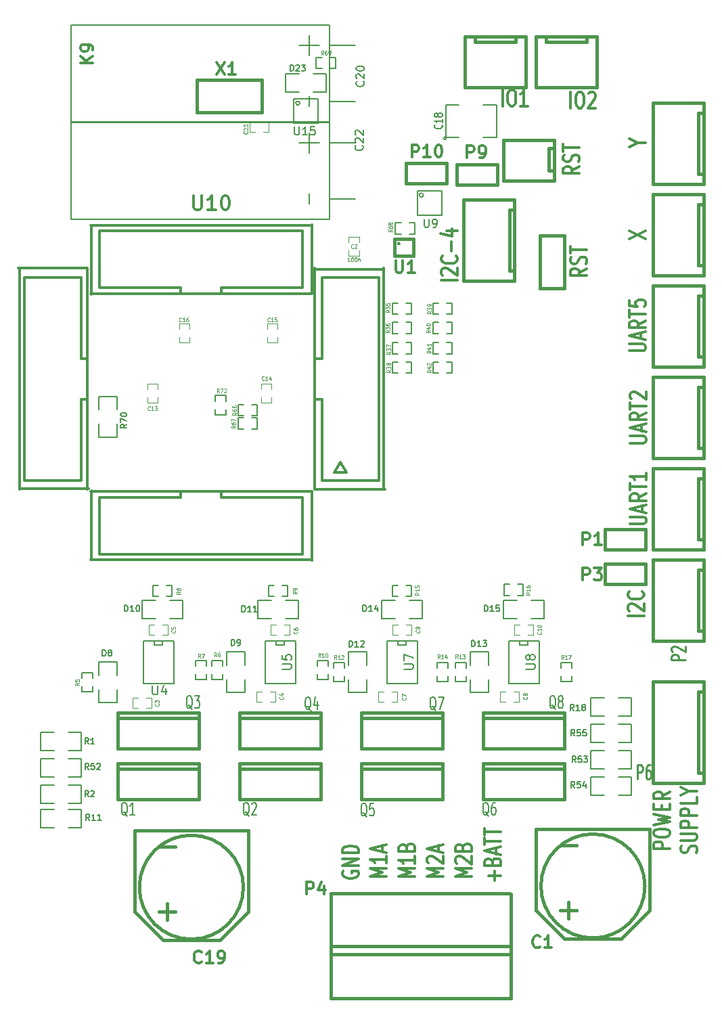
<source format=gto>
G04 #@! TF.FileFunction,Legend,Top*
%FSLAX46Y46*%
G04 Gerber Fmt 4.6, Leading zero omitted, Abs format (unit mm)*
G04 Created by KiCad (PCBNEW 4.0.6) date 01/03/18 21:10:08*
%MOMM*%
%LPD*%
G01*
G04 APERTURE LIST*
%ADD10C,0.150000*%
%ADD11C,0.304800*%
%ADD12C,0.381000*%
%ADD13C,0.119380*%
%ADD14C,0.127000*%
%ADD15C,0.152400*%
%ADD16C,0.203200*%
%ADD17C,0.114300*%
%ADD18C,0.271780*%
G04 APERTURE END LIST*
D10*
D11*
X242930438Y-60803972D02*
X241962819Y-61311972D01*
X242930438Y-61674829D02*
X240898438Y-61674829D01*
X240898438Y-61094257D01*
X240995200Y-60949115D01*
X241091962Y-60876543D01*
X241285486Y-60803972D01*
X241575771Y-60803972D01*
X241769295Y-60876543D01*
X241866057Y-60949115D01*
X241962819Y-61094257D01*
X241962819Y-61674829D01*
X242833676Y-60223400D02*
X242930438Y-60005686D01*
X242930438Y-59642829D01*
X242833676Y-59497686D01*
X242736914Y-59425115D01*
X242543390Y-59352543D01*
X242349867Y-59352543D01*
X242156343Y-59425115D01*
X242059581Y-59497686D01*
X241962819Y-59642829D01*
X241866057Y-59933115D01*
X241769295Y-60078257D01*
X241672533Y-60150829D01*
X241479010Y-60223400D01*
X241285486Y-60223400D01*
X241091962Y-60150829D01*
X240995200Y-60078257D01*
X240898438Y-59933115D01*
X240898438Y-59570257D01*
X240995200Y-59352543D01*
X240898438Y-58917114D02*
X240898438Y-58046257D01*
X242930438Y-58481686D02*
X240898438Y-58481686D01*
X243819438Y-73580172D02*
X242851819Y-74088172D01*
X243819438Y-74451029D02*
X241787438Y-74451029D01*
X241787438Y-73870457D01*
X241884200Y-73725315D01*
X241980962Y-73652743D01*
X242174486Y-73580172D01*
X242464771Y-73580172D01*
X242658295Y-73652743D01*
X242755057Y-73725315D01*
X242851819Y-73870457D01*
X242851819Y-74451029D01*
X243722676Y-72999600D02*
X243819438Y-72781886D01*
X243819438Y-72419029D01*
X243722676Y-72273886D01*
X243625914Y-72201315D01*
X243432390Y-72128743D01*
X243238867Y-72128743D01*
X243045343Y-72201315D01*
X242948581Y-72273886D01*
X242851819Y-72419029D01*
X242755057Y-72709315D01*
X242658295Y-72854457D01*
X242561533Y-72927029D01*
X242368010Y-72999600D01*
X242174486Y-72999600D01*
X241980962Y-72927029D01*
X241884200Y-72854457D01*
X241787438Y-72709315D01*
X241787438Y-72346457D01*
X241884200Y-72128743D01*
X241787438Y-71693314D02*
X241787438Y-70822457D01*
X243819438Y-71257886D02*
X241787438Y-71257886D01*
X227665038Y-75064257D02*
X225633038Y-75064257D01*
X225826562Y-74411114D02*
X225729800Y-74338543D01*
X225633038Y-74193400D01*
X225633038Y-73830543D01*
X225729800Y-73685400D01*
X225826562Y-73612829D01*
X226020086Y-73540257D01*
X226213610Y-73540257D01*
X226503895Y-73612829D01*
X227665038Y-74483686D01*
X227665038Y-73540257D01*
X227471514Y-72016257D02*
X227568276Y-72088828D01*
X227665038Y-72306542D01*
X227665038Y-72451685D01*
X227568276Y-72669400D01*
X227374752Y-72814542D01*
X227181229Y-72887114D01*
X226794181Y-72959685D01*
X226503895Y-72959685D01*
X226116848Y-72887114D01*
X225923324Y-72814542D01*
X225729800Y-72669400D01*
X225633038Y-72451685D01*
X225633038Y-72306542D01*
X225729800Y-72088828D01*
X225826562Y-72016257D01*
X226890943Y-71363114D02*
X226890943Y-70201971D01*
X226310371Y-68823114D02*
X227665038Y-68823114D01*
X225536276Y-69185971D02*
X226987705Y-69548828D01*
X226987705Y-68605400D01*
X229417638Y-149671314D02*
X227385638Y-149671314D01*
X228837067Y-149163314D01*
X227385638Y-148655314D01*
X229417638Y-148655314D01*
X227579162Y-148002171D02*
X227482400Y-147929600D01*
X227385638Y-147784457D01*
X227385638Y-147421600D01*
X227482400Y-147276457D01*
X227579162Y-147203886D01*
X227772686Y-147131314D01*
X227966210Y-147131314D01*
X228256495Y-147203886D01*
X229417638Y-148074743D01*
X229417638Y-147131314D01*
X228353257Y-145970171D02*
X228450019Y-145752457D01*
X228546781Y-145679885D01*
X228740305Y-145607314D01*
X229030590Y-145607314D01*
X229224114Y-145679885D01*
X229320876Y-145752457D01*
X229417638Y-145897599D01*
X229417638Y-146478171D01*
X227385638Y-146478171D01*
X227385638Y-145970171D01*
X227482400Y-145825028D01*
X227579162Y-145752457D01*
X227772686Y-145679885D01*
X227966210Y-145679885D01*
X228159733Y-145752457D01*
X228256495Y-145825028D01*
X228353257Y-145970171D01*
X228353257Y-146478171D01*
X222356438Y-149671314D02*
X220324438Y-149671314D01*
X221775867Y-149163314D01*
X220324438Y-148655314D01*
X222356438Y-148655314D01*
X222356438Y-147131314D02*
X222356438Y-148002171D01*
X222356438Y-147566743D02*
X220324438Y-147566743D01*
X220614724Y-147711886D01*
X220808248Y-147857028D01*
X220905010Y-148002171D01*
X221292057Y-145970171D02*
X221388819Y-145752457D01*
X221485581Y-145679885D01*
X221679105Y-145607314D01*
X221969390Y-145607314D01*
X222162914Y-145679885D01*
X222259676Y-145752457D01*
X222356438Y-145897599D01*
X222356438Y-146478171D01*
X220324438Y-146478171D01*
X220324438Y-145970171D01*
X220421200Y-145825028D01*
X220517962Y-145752457D01*
X220711486Y-145679885D01*
X220905010Y-145679885D01*
X221098533Y-145752457D01*
X221195295Y-145825028D01*
X221292057Y-145970171D01*
X221292057Y-146478171D01*
X254258838Y-146140714D02*
X252226838Y-146140714D01*
X252226838Y-145560142D01*
X252323600Y-145415000D01*
X252420362Y-145342428D01*
X252613886Y-145269857D01*
X252904171Y-145269857D01*
X253097695Y-145342428D01*
X253194457Y-145415000D01*
X253291219Y-145560142D01*
X253291219Y-146140714D01*
X252226838Y-144326428D02*
X252226838Y-144036142D01*
X252323600Y-143891000D01*
X252517124Y-143745857D01*
X252904171Y-143673285D01*
X253581505Y-143673285D01*
X253968552Y-143745857D01*
X254162076Y-143891000D01*
X254258838Y-144036142D01*
X254258838Y-144326428D01*
X254162076Y-144471571D01*
X253968552Y-144616714D01*
X253581505Y-144689285D01*
X252904171Y-144689285D01*
X252517124Y-144616714D01*
X252323600Y-144471571D01*
X252226838Y-144326428D01*
X252226838Y-143165286D02*
X254258838Y-142802429D01*
X252807410Y-142512143D01*
X254258838Y-142221857D01*
X252226838Y-141859000D01*
X253194457Y-141278429D02*
X253194457Y-140770429D01*
X254258838Y-140552715D02*
X254258838Y-141278429D01*
X252226838Y-141278429D01*
X252226838Y-140552715D01*
X254258838Y-139028715D02*
X253291219Y-139536715D01*
X254258838Y-139899572D02*
X252226838Y-139899572D01*
X252226838Y-139319000D01*
X252323600Y-139173858D01*
X252420362Y-139101286D01*
X252613886Y-139028715D01*
X252904171Y-139028715D01*
X253097695Y-139101286D01*
X253194457Y-139173858D01*
X253291219Y-139319000D01*
X253291219Y-139899572D01*
X257514876Y-146648714D02*
X257611638Y-146431000D01*
X257611638Y-146068143D01*
X257514876Y-145923000D01*
X257418114Y-145850429D01*
X257224590Y-145777857D01*
X257031067Y-145777857D01*
X256837543Y-145850429D01*
X256740781Y-145923000D01*
X256644019Y-146068143D01*
X256547257Y-146358429D01*
X256450495Y-146503571D01*
X256353733Y-146576143D01*
X256160210Y-146648714D01*
X255966686Y-146648714D01*
X255773162Y-146576143D01*
X255676400Y-146503571D01*
X255579638Y-146358429D01*
X255579638Y-145995571D01*
X255676400Y-145777857D01*
X255579638Y-145124714D02*
X257224590Y-145124714D01*
X257418114Y-145052142D01*
X257514876Y-144979571D01*
X257611638Y-144834428D01*
X257611638Y-144544142D01*
X257514876Y-144399000D01*
X257418114Y-144326428D01*
X257224590Y-144253857D01*
X255579638Y-144253857D01*
X257611638Y-143528143D02*
X255579638Y-143528143D01*
X255579638Y-142947571D01*
X255676400Y-142802429D01*
X255773162Y-142729857D01*
X255966686Y-142657286D01*
X256256971Y-142657286D01*
X256450495Y-142729857D01*
X256547257Y-142802429D01*
X256644019Y-142947571D01*
X256644019Y-143528143D01*
X257611638Y-142004143D02*
X255579638Y-142004143D01*
X255579638Y-141423571D01*
X255676400Y-141278429D01*
X255773162Y-141205857D01*
X255966686Y-141133286D01*
X256256971Y-141133286D01*
X256450495Y-141205857D01*
X256547257Y-141278429D01*
X256644019Y-141423571D01*
X256644019Y-142004143D01*
X257611638Y-139754429D02*
X257611638Y-140480143D01*
X255579638Y-140480143D01*
X256644019Y-138956143D02*
X257611638Y-138956143D01*
X255579638Y-139464143D02*
X256644019Y-138956143D01*
X255579638Y-138448143D01*
X232301143Y-150146657D02*
X232301143Y-148985514D01*
X233075238Y-149566085D02*
X231527048Y-149566085D01*
X232010857Y-147751800D02*
X232107619Y-147534086D01*
X232204381Y-147461514D01*
X232397905Y-147388943D01*
X232688190Y-147388943D01*
X232881714Y-147461514D01*
X232978476Y-147534086D01*
X233075238Y-147679228D01*
X233075238Y-148259800D01*
X231043238Y-148259800D01*
X231043238Y-147751800D01*
X231140000Y-147606657D01*
X231236762Y-147534086D01*
X231430286Y-147461514D01*
X231623810Y-147461514D01*
X231817333Y-147534086D01*
X231914095Y-147606657D01*
X232010857Y-147751800D01*
X232010857Y-148259800D01*
X232494667Y-146808371D02*
X232494667Y-146082657D01*
X233075238Y-146953514D02*
X231043238Y-146445514D01*
X233075238Y-145937514D01*
X231043238Y-145647228D02*
X231043238Y-144776371D01*
X233075238Y-145211800D02*
X231043238Y-145211800D01*
X231043238Y-144486085D02*
X231043238Y-143615228D01*
X233075238Y-144050657D02*
X231043238Y-144050657D01*
X213360000Y-148989142D02*
X213263238Y-149134285D01*
X213263238Y-149351999D01*
X213360000Y-149569714D01*
X213553524Y-149714856D01*
X213747048Y-149787428D01*
X214134095Y-149859999D01*
X214424381Y-149859999D01*
X214811429Y-149787428D01*
X215004952Y-149714856D01*
X215198476Y-149569714D01*
X215295238Y-149351999D01*
X215295238Y-149206856D01*
X215198476Y-148989142D01*
X215101714Y-148916571D01*
X214424381Y-148916571D01*
X214424381Y-149206856D01*
X215295238Y-148263428D02*
X213263238Y-148263428D01*
X215295238Y-147392571D01*
X213263238Y-147392571D01*
X215295238Y-146666857D02*
X213263238Y-146666857D01*
X213263238Y-146304000D01*
X213360000Y-146086285D01*
X213553524Y-145941143D01*
X213747048Y-145868571D01*
X214134095Y-145796000D01*
X214424381Y-145796000D01*
X214811429Y-145868571D01*
X215004952Y-145941143D01*
X215198476Y-146086285D01*
X215295238Y-146304000D01*
X215295238Y-146666857D01*
X249229638Y-95409657D02*
X250874590Y-95409657D01*
X251068114Y-95337085D01*
X251164876Y-95264514D01*
X251261638Y-95119371D01*
X251261638Y-94829085D01*
X251164876Y-94683943D01*
X251068114Y-94611371D01*
X250874590Y-94538800D01*
X249229638Y-94538800D01*
X250681067Y-93885657D02*
X250681067Y-93159943D01*
X251261638Y-94030800D02*
X249229638Y-93522800D01*
X251261638Y-93014800D01*
X251261638Y-91635943D02*
X250294019Y-92143943D01*
X251261638Y-92506800D02*
X249229638Y-92506800D01*
X249229638Y-91926228D01*
X249326400Y-91781086D01*
X249423162Y-91708514D01*
X249616686Y-91635943D01*
X249906971Y-91635943D01*
X250100495Y-91708514D01*
X250197257Y-91781086D01*
X250294019Y-91926228D01*
X250294019Y-92506800D01*
X249229638Y-91200514D02*
X249229638Y-90329657D01*
X251261638Y-90765086D02*
X249229638Y-90765086D01*
X249423162Y-89894228D02*
X249326400Y-89821657D01*
X249229638Y-89676514D01*
X249229638Y-89313657D01*
X249326400Y-89168514D01*
X249423162Y-89095943D01*
X249616686Y-89023371D01*
X249810210Y-89023371D01*
X250100495Y-89095943D01*
X251261638Y-89966800D01*
X251261638Y-89023371D01*
X249178838Y-83878057D02*
X250823790Y-83878057D01*
X251017314Y-83805485D01*
X251114076Y-83732914D01*
X251210838Y-83587771D01*
X251210838Y-83297485D01*
X251114076Y-83152343D01*
X251017314Y-83079771D01*
X250823790Y-83007200D01*
X249178838Y-83007200D01*
X250630267Y-82354057D02*
X250630267Y-81628343D01*
X251210838Y-82499200D02*
X249178838Y-81991200D01*
X251210838Y-81483200D01*
X251210838Y-80104343D02*
X250243219Y-80612343D01*
X251210838Y-80975200D02*
X249178838Y-80975200D01*
X249178838Y-80394628D01*
X249275600Y-80249486D01*
X249372362Y-80176914D01*
X249565886Y-80104343D01*
X249856171Y-80104343D01*
X250049695Y-80176914D01*
X250146457Y-80249486D01*
X250243219Y-80394628D01*
X250243219Y-80975200D01*
X249178838Y-79668914D02*
X249178838Y-78798057D01*
X251210838Y-79233486D02*
X249178838Y-79233486D01*
X249178838Y-77564343D02*
X249178838Y-78290057D01*
X250146457Y-78362628D01*
X250049695Y-78290057D01*
X249952933Y-78144914D01*
X249952933Y-77782057D01*
X250049695Y-77636914D01*
X250146457Y-77564343D01*
X250339981Y-77491771D01*
X250823790Y-77491771D01*
X251017314Y-77564343D01*
X251114076Y-77636914D01*
X251210838Y-77782057D01*
X251210838Y-78144914D01*
X251114076Y-78290057D01*
X251017314Y-78362628D01*
X249280438Y-105518857D02*
X250925390Y-105518857D01*
X251118914Y-105446285D01*
X251215676Y-105373714D01*
X251312438Y-105228571D01*
X251312438Y-104938285D01*
X251215676Y-104793143D01*
X251118914Y-104720571D01*
X250925390Y-104648000D01*
X249280438Y-104648000D01*
X250731867Y-103994857D02*
X250731867Y-103269143D01*
X251312438Y-104140000D02*
X249280438Y-103632000D01*
X251312438Y-103124000D01*
X251312438Y-101745143D02*
X250344819Y-102253143D01*
X251312438Y-102616000D02*
X249280438Y-102616000D01*
X249280438Y-102035428D01*
X249377200Y-101890286D01*
X249473962Y-101817714D01*
X249667486Y-101745143D01*
X249957771Y-101745143D01*
X250151295Y-101817714D01*
X250248057Y-101890286D01*
X250344819Y-102035428D01*
X250344819Y-102616000D01*
X249280438Y-101309714D02*
X249280438Y-100438857D01*
X251312438Y-100874286D02*
X249280438Y-100874286D01*
X251312438Y-99132571D02*
X251312438Y-100003428D01*
X251312438Y-99568000D02*
X249280438Y-99568000D01*
X249570724Y-99713143D01*
X249764248Y-99858285D01*
X249861010Y-100003428D01*
X218800438Y-149613257D02*
X216768438Y-149613257D01*
X218219867Y-149105257D01*
X216768438Y-148597257D01*
X218800438Y-148597257D01*
X218800438Y-147073257D02*
X218800438Y-147944114D01*
X218800438Y-147508686D02*
X216768438Y-147508686D01*
X217058724Y-147653829D01*
X217252248Y-147798971D01*
X217349010Y-147944114D01*
X218219867Y-146492685D02*
X218219867Y-145766971D01*
X218800438Y-146637828D02*
X216768438Y-146129828D01*
X218800438Y-145621828D01*
X225861638Y-149613257D02*
X223829638Y-149613257D01*
X225281067Y-149105257D01*
X223829638Y-148597257D01*
X225861638Y-148597257D01*
X224023162Y-147944114D02*
X223926400Y-147871543D01*
X223829638Y-147726400D01*
X223829638Y-147363543D01*
X223926400Y-147218400D01*
X224023162Y-147145829D01*
X224216686Y-147073257D01*
X224410210Y-147073257D01*
X224700495Y-147145829D01*
X225861638Y-148016686D01*
X225861638Y-147073257D01*
X225281067Y-146492685D02*
X225281067Y-145766971D01*
X225861638Y-146637828D02*
X223829638Y-146129828D01*
X225861638Y-145621828D01*
X250982238Y-117057714D02*
X248950238Y-117057714D01*
X249143762Y-116404571D02*
X249047000Y-116332000D01*
X248950238Y-116186857D01*
X248950238Y-115824000D01*
X249047000Y-115678857D01*
X249143762Y-115606286D01*
X249337286Y-115533714D01*
X249530810Y-115533714D01*
X249821095Y-115606286D01*
X250982238Y-116477143D01*
X250982238Y-115533714D01*
X250788714Y-114009714D02*
X250885476Y-114082285D01*
X250982238Y-114299999D01*
X250982238Y-114445142D01*
X250885476Y-114662857D01*
X250691952Y-114807999D01*
X250498429Y-114880571D01*
X250111381Y-114953142D01*
X249821095Y-114953142D01*
X249434048Y-114880571D01*
X249240524Y-114807999D01*
X249047000Y-114662857D01*
X248950238Y-114445142D01*
X248950238Y-114299999D01*
X249047000Y-114082285D01*
X249143762Y-114009714D01*
X249178838Y-69850000D02*
X251210838Y-68834000D01*
X249178838Y-68834000D02*
X251210838Y-69850000D01*
X250243219Y-57886600D02*
X251210838Y-57886600D01*
X249178838Y-58394600D02*
X250243219Y-57886600D01*
X249178838Y-57378600D01*
X233299000Y-53243238D02*
X233299000Y-51211238D01*
X234315000Y-51211238D02*
X234605286Y-51211238D01*
X234750428Y-51308000D01*
X234895571Y-51501524D01*
X234968143Y-51888571D01*
X234968143Y-52565905D01*
X234895571Y-52952952D01*
X234750428Y-53146476D01*
X234605286Y-53243238D01*
X234315000Y-53243238D01*
X234169857Y-53146476D01*
X234024714Y-52952952D01*
X233952143Y-52565905D01*
X233952143Y-51888571D01*
X234024714Y-51501524D01*
X234169857Y-51308000D01*
X234315000Y-51211238D01*
X236419571Y-53243238D02*
X235548714Y-53243238D01*
X235984142Y-53243238D02*
X235984142Y-51211238D01*
X235838999Y-51501524D01*
X235693857Y-51695048D01*
X235548714Y-51791810D01*
X241808000Y-53497238D02*
X241808000Y-51465238D01*
X242824000Y-51465238D02*
X243114286Y-51465238D01*
X243259428Y-51562000D01*
X243404571Y-51755524D01*
X243477143Y-52142571D01*
X243477143Y-52819905D01*
X243404571Y-53206952D01*
X243259428Y-53400476D01*
X243114286Y-53497238D01*
X242824000Y-53497238D01*
X242678857Y-53400476D01*
X242533714Y-53206952D01*
X242461143Y-52819905D01*
X242461143Y-52142571D01*
X242533714Y-51755524D01*
X242678857Y-51562000D01*
X242824000Y-51465238D01*
X244057714Y-51658762D02*
X244130285Y-51562000D01*
X244275428Y-51465238D01*
X244638285Y-51465238D01*
X244783428Y-51562000D01*
X244855999Y-51658762D01*
X244928571Y-51852286D01*
X244928571Y-52045810D01*
X244855999Y-52336095D01*
X243985142Y-53497238D01*
X244928571Y-53497238D01*
D12*
X185166000Y-129794000D02*
X185166000Y-129159000D01*
X185166000Y-129159000D02*
X195326000Y-129159000D01*
X195326000Y-129159000D02*
X195326000Y-129794000D01*
X185166000Y-133604000D02*
X185166000Y-129794000D01*
X185166000Y-129794000D02*
X195326000Y-129794000D01*
X195326000Y-129794000D02*
X195326000Y-133604000D01*
X195326000Y-133604000D02*
X185166000Y-133604000D01*
X230886000Y-136144000D02*
X230886000Y-135509000D01*
X230886000Y-135509000D02*
X241046000Y-135509000D01*
X241046000Y-135509000D02*
X241046000Y-136144000D01*
X230886000Y-139954000D02*
X230886000Y-136144000D01*
X230886000Y-136144000D02*
X241046000Y-136144000D01*
X241046000Y-136144000D02*
X241046000Y-139954000D01*
X241046000Y-139954000D02*
X230886000Y-139954000D01*
X230886000Y-129794000D02*
X230886000Y-129159000D01*
X230886000Y-129159000D02*
X241046000Y-129159000D01*
X241046000Y-129159000D02*
X241046000Y-129794000D01*
X230886000Y-133604000D02*
X230886000Y-129794000D01*
X230886000Y-129794000D02*
X241046000Y-129794000D01*
X241046000Y-129794000D02*
X241046000Y-133604000D01*
X241046000Y-133604000D02*
X230886000Y-133604000D01*
X200406000Y-136144000D02*
X200406000Y-135509000D01*
X200406000Y-135509000D02*
X210566000Y-135509000D01*
X210566000Y-135509000D02*
X210566000Y-136144000D01*
X200406000Y-139954000D02*
X200406000Y-136144000D01*
X200406000Y-136144000D02*
X210566000Y-136144000D01*
X210566000Y-136144000D02*
X210566000Y-139954000D01*
X210566000Y-139954000D02*
X200406000Y-139954000D01*
X200406000Y-129794000D02*
X200406000Y-129159000D01*
X200406000Y-129159000D02*
X210566000Y-129159000D01*
X210566000Y-129159000D02*
X210566000Y-129794000D01*
X200406000Y-133604000D02*
X200406000Y-129794000D01*
X200406000Y-129794000D02*
X210566000Y-129794000D01*
X210566000Y-129794000D02*
X210566000Y-133604000D01*
X210566000Y-133604000D02*
X200406000Y-133604000D01*
X215646000Y-129794000D02*
X215646000Y-129159000D01*
X215646000Y-129159000D02*
X225806000Y-129159000D01*
X225806000Y-129159000D02*
X225806000Y-129794000D01*
X215646000Y-133604000D02*
X215646000Y-129794000D01*
X215646000Y-129794000D02*
X225806000Y-129794000D01*
X225806000Y-129794000D02*
X225806000Y-133604000D01*
X225806000Y-133604000D02*
X215646000Y-133604000D01*
X185166000Y-136144000D02*
X185166000Y-135509000D01*
X185166000Y-135509000D02*
X195326000Y-135509000D01*
X195326000Y-135509000D02*
X195326000Y-136144000D01*
X185166000Y-139954000D02*
X185166000Y-136144000D01*
X185166000Y-136144000D02*
X195326000Y-136144000D01*
X195326000Y-136144000D02*
X195326000Y-139954000D01*
X195326000Y-139954000D02*
X185166000Y-139954000D01*
X215646000Y-136144000D02*
X215646000Y-135509000D01*
X215646000Y-135509000D02*
X225806000Y-135509000D01*
X225806000Y-135509000D02*
X225806000Y-136144000D01*
X215646000Y-139954000D02*
X215646000Y-136144000D01*
X215646000Y-136144000D02*
X225806000Y-136144000D01*
X225806000Y-136144000D02*
X225806000Y-139954000D01*
X225806000Y-139954000D02*
X215646000Y-139954000D01*
D13*
X236466380Y-119395240D02*
X237164880Y-119395240D01*
X235465620Y-119395240D02*
X234767120Y-119395240D01*
X236466380Y-118094760D02*
X237164880Y-118094760D01*
X234767120Y-118094760D02*
X235465620Y-118094760D01*
X237164880Y-118110000D02*
X237164880Y-119380000D01*
X234767120Y-119380000D02*
X234767120Y-118110000D01*
X205986380Y-119395240D02*
X206684880Y-119395240D01*
X204985620Y-119395240D02*
X204287120Y-119395240D01*
X205986380Y-118094760D02*
X206684880Y-118094760D01*
X204287120Y-118094760D02*
X204985620Y-118094760D01*
X206684880Y-118110000D02*
X206684880Y-119380000D01*
X204287120Y-119380000D02*
X204287120Y-118110000D01*
X234688380Y-127777240D02*
X235386880Y-127777240D01*
X233687620Y-127777240D02*
X232989120Y-127777240D01*
X234688380Y-126476760D02*
X235386880Y-126476760D01*
X232989120Y-126476760D02*
X233687620Y-126476760D01*
X235386880Y-126492000D02*
X235386880Y-127762000D01*
X232989120Y-127762000D02*
X232989120Y-126492000D01*
X188714380Y-128539240D02*
X189412880Y-128539240D01*
X187713620Y-128539240D02*
X187015120Y-128539240D01*
X188714380Y-127238760D02*
X189412880Y-127238760D01*
X187015120Y-127238760D02*
X187713620Y-127238760D01*
X189412880Y-127254000D02*
X189412880Y-128524000D01*
X187015120Y-128524000D02*
X187015120Y-127254000D01*
X203819760Y-82161380D02*
X203819760Y-82859880D01*
X203819760Y-81160620D02*
X203819760Y-80462120D01*
X205120240Y-82161380D02*
X205120240Y-82859880D01*
X205120240Y-80462120D02*
X205120240Y-81160620D01*
X205105000Y-82859880D02*
X203835000Y-82859880D01*
X203835000Y-80462120D02*
X205105000Y-80462120D01*
X192846960Y-82135980D02*
X192846960Y-82834480D01*
X192846960Y-81135220D02*
X192846960Y-80436720D01*
X194147440Y-82135980D02*
X194147440Y-82834480D01*
X194147440Y-80436720D02*
X194147440Y-81135220D01*
X194132200Y-82834480D02*
X192862200Y-82834480D01*
X192862200Y-80436720D02*
X194132200Y-80436720D01*
X219448380Y-127777240D02*
X220146880Y-127777240D01*
X218447620Y-127777240D02*
X217749120Y-127777240D01*
X219448380Y-126476760D02*
X220146880Y-126476760D01*
X217749120Y-126476760D02*
X218447620Y-126476760D01*
X220146880Y-126492000D02*
X220146880Y-127762000D01*
X217749120Y-127762000D02*
X217749120Y-126492000D01*
X204208380Y-127777240D02*
X204906880Y-127777240D01*
X203207620Y-127777240D02*
X202509120Y-127777240D01*
X204208380Y-126476760D02*
X204906880Y-126476760D01*
X202509120Y-126476760D02*
X203207620Y-126476760D01*
X204906880Y-126492000D02*
X204906880Y-127762000D01*
X202509120Y-127762000D02*
X202509120Y-126492000D01*
X190746380Y-119395240D02*
X191444880Y-119395240D01*
X189745620Y-119395240D02*
X189047120Y-119395240D01*
X190746380Y-118094760D02*
X191444880Y-118094760D01*
X189047120Y-118094760D02*
X189745620Y-118094760D01*
X191444880Y-118110000D02*
X191444880Y-119380000D01*
X189047120Y-119380000D02*
X189047120Y-118110000D01*
X221226380Y-119395240D02*
X221924880Y-119395240D01*
X220225620Y-119395240D02*
X219527120Y-119395240D01*
X221226380Y-118094760D02*
X221924880Y-118094760D01*
X219527120Y-118094760D02*
X220225620Y-118094760D01*
X221924880Y-118110000D02*
X221924880Y-119380000D01*
X219527120Y-119380000D02*
X219527120Y-118110000D01*
X190134240Y-88653620D02*
X190134240Y-87955120D01*
X190134240Y-89654380D02*
X190134240Y-90352880D01*
X188833760Y-88653620D02*
X188833760Y-87955120D01*
X188833760Y-90352880D02*
X188833760Y-89654380D01*
X188849000Y-87955120D02*
X190119000Y-87955120D01*
X190119000Y-90352880D02*
X188849000Y-90352880D01*
X204358240Y-88653620D02*
X204358240Y-87955120D01*
X204358240Y-89654380D02*
X204358240Y-90352880D01*
X203057760Y-88653620D02*
X203057760Y-87955120D01*
X203057760Y-90352880D02*
X203057760Y-89654380D01*
X203073000Y-87955120D02*
X204343000Y-87955120D01*
X204343000Y-90352880D02*
X203073000Y-90352880D01*
D14*
X196913500Y-124325380D02*
X196913500Y-125031500D01*
X196913500Y-125031500D02*
X198310500Y-125031500D01*
X198310500Y-125031500D02*
X198310500Y-124325380D01*
X196913500Y-122618500D02*
X196913500Y-123324620D01*
X196913500Y-122618500D02*
X198310500Y-122618500D01*
X198310500Y-122618500D02*
X198310500Y-123324620D01*
X204731620Y-113220500D02*
X204025500Y-113220500D01*
X204025500Y-113220500D02*
X204025500Y-114617500D01*
X204025500Y-114617500D02*
X204731620Y-114617500D01*
X206438500Y-113220500D02*
X205732380Y-113220500D01*
X206438500Y-113220500D02*
X206438500Y-114617500D01*
X206438500Y-114617500D02*
X205732380Y-114617500D01*
X190253620Y-113220500D02*
X189547500Y-113220500D01*
X189547500Y-113220500D02*
X189547500Y-114617500D01*
X189547500Y-114617500D02*
X190253620Y-114617500D01*
X191960500Y-113220500D02*
X191254380Y-113220500D01*
X191960500Y-113220500D02*
X191960500Y-114617500D01*
X191960500Y-114617500D02*
X191254380Y-114617500D01*
X210121500Y-124325380D02*
X210121500Y-125031500D01*
X210121500Y-125031500D02*
X211518500Y-125031500D01*
X211518500Y-125031500D02*
X211518500Y-124325380D01*
X210121500Y-122618500D02*
X210121500Y-123324620D01*
X210121500Y-122618500D02*
X211518500Y-122618500D01*
X211518500Y-122618500D02*
X211518500Y-123324620D01*
X240601500Y-124579380D02*
X240601500Y-125285500D01*
X240601500Y-125285500D02*
X241998500Y-125285500D01*
X241998500Y-125285500D02*
X241998500Y-124579380D01*
X240601500Y-122872500D02*
X240601500Y-123578620D01*
X240601500Y-122872500D02*
X241998500Y-122872500D01*
X241998500Y-122872500D02*
X241998500Y-123578620D01*
X227393500Y-124579380D02*
X227393500Y-125285500D01*
X227393500Y-125285500D02*
X228790500Y-125285500D01*
X228790500Y-125285500D02*
X228790500Y-124579380D01*
X227393500Y-122872500D02*
X227393500Y-123578620D01*
X227393500Y-122872500D02*
X228790500Y-122872500D01*
X228790500Y-122872500D02*
X228790500Y-123578620D01*
X234195620Y-113093500D02*
X233489500Y-113093500D01*
X233489500Y-113093500D02*
X233489500Y-114490500D01*
X233489500Y-114490500D02*
X234195620Y-114490500D01*
X235902500Y-113093500D02*
X235196380Y-113093500D01*
X235902500Y-113093500D02*
X235902500Y-114490500D01*
X235902500Y-114490500D02*
X235196380Y-114490500D01*
X220225620Y-113220500D02*
X219519500Y-113220500D01*
X219519500Y-113220500D02*
X219519500Y-114617500D01*
X219519500Y-114617500D02*
X220225620Y-114617500D01*
X221932500Y-113220500D02*
X221226380Y-113220500D01*
X221932500Y-113220500D02*
X221932500Y-114617500D01*
X221932500Y-114617500D02*
X221226380Y-114617500D01*
X212153500Y-124579380D02*
X212153500Y-125285500D01*
X212153500Y-125285500D02*
X213550500Y-125285500D01*
X213550500Y-125285500D02*
X213550500Y-124579380D01*
X212153500Y-122872500D02*
X212153500Y-123578620D01*
X212153500Y-122872500D02*
X213550500Y-122872500D01*
X213550500Y-122872500D02*
X213550500Y-123578620D01*
X225107500Y-124579380D02*
X225107500Y-125285500D01*
X225107500Y-125285500D02*
X226504500Y-125285500D01*
X226504500Y-125285500D02*
X226504500Y-124579380D01*
X225107500Y-122872500D02*
X225107500Y-123578620D01*
X225107500Y-122872500D02*
X226504500Y-122872500D01*
X226504500Y-122872500D02*
X226504500Y-123578620D01*
X180657500Y-125849380D02*
X180657500Y-126555500D01*
X180657500Y-126555500D02*
X182054500Y-126555500D01*
X182054500Y-126555500D02*
X182054500Y-125849380D01*
X180657500Y-124142500D02*
X180657500Y-124848620D01*
X180657500Y-124142500D02*
X182054500Y-124142500D01*
X182054500Y-124142500D02*
X182054500Y-124848620D01*
X220225620Y-77914500D02*
X219519500Y-77914500D01*
X219519500Y-77914500D02*
X219519500Y-79311500D01*
X219519500Y-79311500D02*
X220225620Y-79311500D01*
X221932500Y-77914500D02*
X221226380Y-77914500D01*
X221932500Y-77914500D02*
X221932500Y-79311500D01*
X221932500Y-79311500D02*
X221226380Y-79311500D01*
X220225620Y-80327500D02*
X219519500Y-80327500D01*
X219519500Y-80327500D02*
X219519500Y-81724500D01*
X219519500Y-81724500D02*
X220225620Y-81724500D01*
X221932500Y-80327500D02*
X221226380Y-80327500D01*
X221932500Y-80327500D02*
X221932500Y-81724500D01*
X221932500Y-81724500D02*
X221226380Y-81724500D01*
X220225620Y-82867500D02*
X219519500Y-82867500D01*
X219519500Y-82867500D02*
X219519500Y-84264500D01*
X219519500Y-84264500D02*
X220225620Y-84264500D01*
X221932500Y-82867500D02*
X221226380Y-82867500D01*
X221932500Y-82867500D02*
X221932500Y-84264500D01*
X221932500Y-84264500D02*
X221226380Y-84264500D01*
X220225620Y-85280500D02*
X219519500Y-85280500D01*
X219519500Y-85280500D02*
X219519500Y-86677500D01*
X219519500Y-86677500D02*
X220225620Y-86677500D01*
X221932500Y-85280500D02*
X221226380Y-85280500D01*
X221932500Y-85280500D02*
X221932500Y-86677500D01*
X221932500Y-86677500D02*
X221226380Y-86677500D01*
X225305620Y-77914500D02*
X224599500Y-77914500D01*
X224599500Y-77914500D02*
X224599500Y-79311500D01*
X224599500Y-79311500D02*
X225305620Y-79311500D01*
X227012500Y-77914500D02*
X226306380Y-77914500D01*
X227012500Y-77914500D02*
X227012500Y-79311500D01*
X227012500Y-79311500D02*
X226306380Y-79311500D01*
X225305620Y-80327500D02*
X224599500Y-80327500D01*
X224599500Y-80327500D02*
X224599500Y-81724500D01*
X224599500Y-81724500D02*
X225305620Y-81724500D01*
X227012500Y-80327500D02*
X226306380Y-80327500D01*
X227012500Y-80327500D02*
X227012500Y-81724500D01*
X227012500Y-81724500D02*
X226306380Y-81724500D01*
X225305620Y-82867500D02*
X224599500Y-82867500D01*
X224599500Y-82867500D02*
X224599500Y-84264500D01*
X224599500Y-84264500D02*
X225305620Y-84264500D01*
X227012500Y-82867500D02*
X226306380Y-82867500D01*
X227012500Y-82867500D02*
X227012500Y-84264500D01*
X227012500Y-84264500D02*
X226306380Y-84264500D01*
X225305620Y-85280500D02*
X224599500Y-85280500D01*
X224599500Y-85280500D02*
X224599500Y-86677500D01*
X224599500Y-86677500D02*
X225305620Y-86677500D01*
X227012500Y-85280500D02*
X226306380Y-85280500D01*
X227012500Y-85280500D02*
X227012500Y-86677500D01*
X227012500Y-86677500D02*
X226306380Y-86677500D01*
X194881500Y-124325380D02*
X194881500Y-125031500D01*
X194881500Y-125031500D02*
X196278500Y-125031500D01*
X196278500Y-125031500D02*
X196278500Y-124325380D01*
X194881500Y-122618500D02*
X194881500Y-123324620D01*
X194881500Y-122618500D02*
X196278500Y-122618500D01*
X196278500Y-122618500D02*
X196278500Y-123324620D01*
X180594000Y-133858000D02*
X180594000Y-131572000D01*
X180594000Y-131572000D02*
X178943000Y-131572000D01*
X177165000Y-133858000D02*
X175514000Y-133858000D01*
X175514000Y-133858000D02*
X175514000Y-131572000D01*
X175514000Y-131572000D02*
X177165000Y-131572000D01*
X178943000Y-133858000D02*
X180594000Y-133858000D01*
X180594000Y-140462000D02*
X180594000Y-138176000D01*
X180594000Y-138176000D02*
X178943000Y-138176000D01*
X177165000Y-140462000D02*
X175514000Y-140462000D01*
X175514000Y-140462000D02*
X175514000Y-138176000D01*
X175514000Y-138176000D02*
X177165000Y-138176000D01*
X178943000Y-140462000D02*
X180594000Y-140462000D01*
X180594000Y-137160000D02*
X180594000Y-134874000D01*
X180594000Y-134874000D02*
X178943000Y-134874000D01*
X177165000Y-137160000D02*
X175514000Y-137160000D01*
X175514000Y-137160000D02*
X175514000Y-134874000D01*
X175514000Y-134874000D02*
X177165000Y-134874000D01*
X178943000Y-137160000D02*
X180594000Y-137160000D01*
X244348000Y-133858000D02*
X244348000Y-136144000D01*
X244348000Y-136144000D02*
X245999000Y-136144000D01*
X247777000Y-133858000D02*
X249428000Y-133858000D01*
X249428000Y-133858000D02*
X249428000Y-136144000D01*
X249428000Y-136144000D02*
X247777000Y-136144000D01*
X245999000Y-133858000D02*
X244348000Y-133858000D01*
X244348000Y-137160000D02*
X244348000Y-139446000D01*
X244348000Y-139446000D02*
X245999000Y-139446000D01*
X247777000Y-137160000D02*
X249428000Y-137160000D01*
X249428000Y-137160000D02*
X249428000Y-139446000D01*
X249428000Y-139446000D02*
X247777000Y-139446000D01*
X245999000Y-137160000D02*
X244348000Y-137160000D01*
X244348000Y-130556000D02*
X244348000Y-132842000D01*
X244348000Y-132842000D02*
X245999000Y-132842000D01*
X247777000Y-130556000D02*
X249428000Y-130556000D01*
X249428000Y-130556000D02*
X249428000Y-132842000D01*
X249428000Y-132842000D02*
X247777000Y-132842000D01*
X245999000Y-130556000D02*
X244348000Y-130556000D01*
X180594000Y-143510000D02*
X180594000Y-141224000D01*
X180594000Y-141224000D02*
X178943000Y-141224000D01*
X177165000Y-143510000D02*
X175514000Y-143510000D01*
X175514000Y-143510000D02*
X175514000Y-141224000D01*
X175514000Y-141224000D02*
X177165000Y-141224000D01*
X178943000Y-143510000D02*
X180594000Y-143510000D01*
X244348000Y-127254000D02*
X244348000Y-129540000D01*
X244348000Y-129540000D02*
X245999000Y-129540000D01*
X247777000Y-127254000D02*
X249428000Y-127254000D01*
X249428000Y-127254000D02*
X249428000Y-129540000D01*
X249428000Y-129540000D02*
X247777000Y-129540000D01*
X245999000Y-127254000D02*
X244348000Y-127254000D01*
X182753000Y-127889000D02*
X185039000Y-127889000D01*
X185039000Y-127889000D02*
X185039000Y-126238000D01*
X182753000Y-124460000D02*
X182753000Y-122809000D01*
X182753000Y-122809000D02*
X185039000Y-122809000D01*
X185039000Y-122809000D02*
X185039000Y-124460000D01*
X182753000Y-126238000D02*
X182753000Y-127889000D01*
X188214000Y-115062000D02*
X188214000Y-117348000D01*
X188214000Y-117348000D02*
X189865000Y-117348000D01*
X191643000Y-115062000D02*
X193294000Y-115062000D01*
X193294000Y-115062000D02*
X193294000Y-117348000D01*
X193294000Y-117348000D02*
X191643000Y-117348000D01*
X189865000Y-115062000D02*
X188214000Y-115062000D01*
X213995000Y-126619000D02*
X216281000Y-126619000D01*
X216281000Y-126619000D02*
X216281000Y-124968000D01*
X213995000Y-123190000D02*
X213995000Y-121539000D01*
X213995000Y-121539000D02*
X216281000Y-121539000D01*
X216281000Y-121539000D02*
X216281000Y-123190000D01*
X213995000Y-124968000D02*
X213995000Y-126619000D01*
X218186000Y-115062000D02*
X218186000Y-117348000D01*
X218186000Y-117348000D02*
X219837000Y-117348000D01*
X221615000Y-115062000D02*
X223266000Y-115062000D01*
X223266000Y-115062000D02*
X223266000Y-117348000D01*
X223266000Y-117348000D02*
X221615000Y-117348000D01*
X219837000Y-115062000D02*
X218186000Y-115062000D01*
X229235000Y-126619000D02*
X231521000Y-126619000D01*
X231521000Y-126619000D02*
X231521000Y-124968000D01*
X229235000Y-123190000D02*
X229235000Y-121539000D01*
X229235000Y-121539000D02*
X231521000Y-121539000D01*
X231521000Y-121539000D02*
X231521000Y-123190000D01*
X229235000Y-124968000D02*
X229235000Y-126619000D01*
X233426000Y-115062000D02*
X233426000Y-117348000D01*
X233426000Y-117348000D02*
X235077000Y-117348000D01*
X236855000Y-115062000D02*
X238506000Y-115062000D01*
X238506000Y-115062000D02*
X238506000Y-117348000D01*
X238506000Y-117348000D02*
X236855000Y-117348000D01*
X235077000Y-115062000D02*
X233426000Y-115062000D01*
X198755000Y-126619000D02*
X201041000Y-126619000D01*
X201041000Y-126619000D02*
X201041000Y-124968000D01*
X198755000Y-123190000D02*
X198755000Y-121539000D01*
X198755000Y-121539000D02*
X201041000Y-121539000D01*
X201041000Y-121539000D02*
X201041000Y-123190000D01*
X198755000Y-124968000D02*
X198755000Y-126619000D01*
X202692000Y-115062000D02*
X202692000Y-117348000D01*
X202692000Y-117348000D02*
X204343000Y-117348000D01*
X206121000Y-115062000D02*
X207772000Y-115062000D01*
X207772000Y-115062000D02*
X207772000Y-117348000D01*
X207772000Y-117348000D02*
X206121000Y-117348000D01*
X204343000Y-115062000D02*
X202692000Y-115062000D01*
X226239605Y-57277000D02*
G75*
G03X226239605Y-57277000I-179605J0D01*
G01*
X230886000Y-57150000D02*
X232537000Y-57150000D01*
X232537000Y-57150000D02*
X232537000Y-53086000D01*
X232537000Y-53086000D02*
X230886000Y-53086000D01*
X227838000Y-53086000D02*
X226187000Y-53086000D01*
X226187000Y-53086000D02*
X226187000Y-57150000D01*
X226187000Y-57150000D02*
X227838000Y-57150000D01*
X203708000Y-120142000D02*
X203581000Y-120142000D01*
X203581000Y-120142000D02*
X203581000Y-125476000D01*
X207391000Y-125476000D02*
X207391000Y-120142000D01*
X207391000Y-120142000D02*
X203708000Y-120142000D01*
X205994000Y-120142000D02*
X205994000Y-120650000D01*
X205994000Y-120650000D02*
X204978000Y-120650000D01*
X204978000Y-120650000D02*
X204978000Y-120142000D01*
X207391000Y-125476000D02*
X203581000Y-125476000D01*
X218948000Y-120142000D02*
X218821000Y-120142000D01*
X218821000Y-120142000D02*
X218821000Y-125476000D01*
X222631000Y-125476000D02*
X222631000Y-120142000D01*
X222631000Y-120142000D02*
X218948000Y-120142000D01*
X221234000Y-120142000D02*
X221234000Y-120650000D01*
X221234000Y-120650000D02*
X220218000Y-120650000D01*
X220218000Y-120650000D02*
X220218000Y-120142000D01*
X222631000Y-125476000D02*
X218821000Y-125476000D01*
X234188000Y-120142000D02*
X234061000Y-120142000D01*
X234061000Y-120142000D02*
X234061000Y-125476000D01*
X237871000Y-125476000D02*
X237871000Y-120142000D01*
X237871000Y-120142000D02*
X234188000Y-120142000D01*
X236474000Y-120142000D02*
X236474000Y-120650000D01*
X236474000Y-120650000D02*
X235458000Y-120650000D01*
X235458000Y-120650000D02*
X235458000Y-120142000D01*
X237871000Y-125476000D02*
X234061000Y-125476000D01*
X188468000Y-120142000D02*
X188341000Y-120142000D01*
X188341000Y-120142000D02*
X188341000Y-125476000D01*
X192151000Y-125476000D02*
X192151000Y-120142000D01*
X192151000Y-120142000D02*
X188468000Y-120142000D01*
X190754000Y-120142000D02*
X190754000Y-120650000D01*
X190754000Y-120650000D02*
X189738000Y-120650000D01*
X189738000Y-120650000D02*
X189738000Y-120142000D01*
X192151000Y-125476000D02*
X188341000Y-125476000D01*
D15*
X223393000Y-64389000D02*
G75*
G03X223393000Y-64389000I-254000J0D01*
G01*
X222631000Y-66929000D02*
X222631000Y-63881000D01*
X222631000Y-63881000D02*
X225679000Y-63881000D01*
X225679000Y-63881000D02*
X225679000Y-66929000D01*
X225679000Y-66929000D02*
X222631000Y-66929000D01*
D14*
X220606620Y-67881500D02*
X219900500Y-67881500D01*
X219900500Y-67881500D02*
X219900500Y-69278500D01*
X219900500Y-69278500D02*
X220606620Y-69278500D01*
X222313500Y-67881500D02*
X221607380Y-67881500D01*
X222313500Y-67881500D02*
X222313500Y-69278500D01*
X222313500Y-69278500D02*
X221607380Y-69278500D01*
X200921620Y-90614500D02*
X200215500Y-90614500D01*
X200215500Y-90614500D02*
X200215500Y-92011500D01*
X200215500Y-92011500D02*
X200921620Y-92011500D01*
X202628500Y-90614500D02*
X201922380Y-90614500D01*
X202628500Y-90614500D02*
X202628500Y-92011500D01*
X202628500Y-92011500D02*
X201922380Y-92011500D01*
X200921620Y-92265500D02*
X200215500Y-92265500D01*
X200215500Y-92265500D02*
X200215500Y-93662500D01*
X200215500Y-93662500D02*
X200921620Y-93662500D01*
X202628500Y-92265500D02*
X201922380Y-92265500D01*
X202628500Y-92265500D02*
X202628500Y-93662500D01*
X202628500Y-93662500D02*
X201922380Y-93662500D01*
D13*
X215331040Y-70314820D02*
X215331040Y-69616320D01*
X215331040Y-71315580D02*
X215331040Y-72014080D01*
X214030560Y-70314820D02*
X214030560Y-69616320D01*
X214030560Y-72014080D02*
X214030560Y-71315580D01*
X214045800Y-69616320D02*
X215315800Y-69616320D01*
X215315800Y-72014080D02*
X214045800Y-72014080D01*
D11*
X209801460Y-101219000D02*
X209801460Y-73533000D01*
X218437460Y-73533000D02*
X218437460Y-101092000D01*
X209928460Y-84836000D02*
X210690460Y-84836000D01*
X210690460Y-84836000D02*
X210690460Y-74676000D01*
X210690460Y-74676000D02*
X217802460Y-74676000D01*
X217802460Y-74676000D02*
X217802460Y-100076000D01*
X217802460Y-100076000D02*
X210690460Y-100076000D01*
X210690460Y-100076000D02*
X210690460Y-89916000D01*
X210690460Y-89916000D02*
X209928460Y-89916000D01*
X209801460Y-73660000D02*
X218437460Y-73660000D01*
X218564460Y-101219000D02*
X209928460Y-101219000D01*
X213741000Y-99060000D02*
X212979000Y-97790000D01*
X212217000Y-99060000D02*
X213741000Y-99060000D01*
X212979000Y-97790000D02*
X212217000Y-99060000D01*
X172720000Y-73533000D02*
X181356000Y-73533000D01*
X181483000Y-101092000D02*
X172847000Y-101092000D01*
X180594000Y-84836000D02*
X181356000Y-84836000D01*
X180594000Y-74676000D02*
X180594000Y-84836000D01*
X173482000Y-74676000D02*
X180594000Y-74676000D01*
X173482000Y-100076000D02*
X173482000Y-74676000D01*
X180594000Y-100076000D02*
X173482000Y-100076000D01*
X180594000Y-89916000D02*
X180594000Y-100076000D01*
X181356000Y-89916000D02*
X180594000Y-89916000D01*
X172847000Y-101219000D02*
X172847000Y-73660000D01*
X181356000Y-73533000D02*
X181356000Y-101219000D01*
X209423000Y-76708000D02*
X181737000Y-76708000D01*
X181737000Y-68199000D02*
X209296000Y-68199000D01*
X193040000Y-76708000D02*
X193040000Y-75946000D01*
X193040000Y-75946000D02*
X182880000Y-75946000D01*
X182880000Y-75946000D02*
X182880000Y-68834000D01*
X182880000Y-68834000D02*
X208280000Y-68834000D01*
X208280000Y-68834000D02*
X208280000Y-75946000D01*
X208280000Y-75946000D02*
X198120000Y-75946000D01*
X198120000Y-75946000D02*
X198120000Y-76708000D01*
X181864000Y-76835000D02*
X181864000Y-68199000D01*
X209423000Y-68072000D02*
X209423000Y-76708000D01*
X209423000Y-110109000D02*
X209423000Y-101473000D01*
X181864000Y-101346000D02*
X181864000Y-109982000D01*
X198120000Y-102235000D02*
X198120000Y-101473000D01*
X208280000Y-102235000D02*
X198120000Y-102235000D01*
X208280000Y-109347000D02*
X208280000Y-102235000D01*
X182880000Y-109347000D02*
X208280000Y-109347000D01*
X182880000Y-102235000D02*
X182880000Y-109347000D01*
X193040000Y-102235000D02*
X182880000Y-102235000D01*
X193040000Y-101473000D02*
X193040000Y-102235000D01*
X181737000Y-109982000D02*
X209296000Y-109982000D01*
X209423000Y-101473000D02*
X181737000Y-101473000D01*
D15*
X207924400Y-52882800D02*
G75*
G03X207924400Y-52882800I-254000J0D01*
G01*
X207162400Y-55422800D02*
X207162400Y-52374800D01*
X207162400Y-52374800D02*
X210210400Y-52374800D01*
X210210400Y-52374800D02*
X210210400Y-55422800D01*
X210210400Y-55422800D02*
X207162400Y-55422800D01*
D14*
X206146400Y-49250600D02*
X206146400Y-51536600D01*
X206146400Y-51536600D02*
X207797400Y-51536600D01*
X209575400Y-49250600D02*
X211226400Y-49250600D01*
X211226400Y-49250600D02*
X211226400Y-51536600D01*
X211226400Y-51536600D02*
X209575400Y-51536600D01*
X207797400Y-49250600D02*
X206146400Y-49250600D01*
X210700620Y-47180500D02*
X209994500Y-47180500D01*
X209994500Y-47180500D02*
X209994500Y-48577500D01*
X209994500Y-48577500D02*
X210700620Y-48577500D01*
X212407500Y-47180500D02*
X211701380Y-47180500D01*
X212407500Y-47180500D02*
X212407500Y-48577500D01*
X212407500Y-48577500D02*
X211701380Y-48577500D01*
D13*
X203344780Y-56479440D02*
X204043280Y-56479440D01*
X202344020Y-56479440D02*
X201645520Y-56479440D01*
X203344780Y-55178960D02*
X204043280Y-55178960D01*
X201645520Y-55178960D02*
X202344020Y-55178960D01*
X204043280Y-55194200D02*
X204043280Y-56464200D01*
X201645520Y-56464200D02*
X201645520Y-55194200D01*
D12*
X199593200Y-54000400D02*
X195021200Y-54000400D01*
X195021200Y-54000400D02*
X195021200Y-49936400D01*
X195021200Y-49936400D02*
X203149200Y-49936400D01*
X203149200Y-49936400D02*
X203149200Y-54000400D01*
X203149200Y-54000400D02*
X199593200Y-54000400D01*
X229870000Y-45212000D02*
X229870000Y-44577000D01*
X236220000Y-44577000D02*
X228600000Y-44577000D01*
X229870000Y-45212000D02*
X234950000Y-45212000D01*
X234950000Y-45212000D02*
X234950000Y-44577000D01*
X228600000Y-44577000D02*
X228600000Y-50927000D01*
X228600000Y-50927000D02*
X236220000Y-50927000D01*
X234950000Y-45212000D02*
X234950000Y-44577000D01*
X236220000Y-44577000D02*
X236220000Y-50927000D01*
X238760000Y-45212000D02*
X238760000Y-44577000D01*
X245110000Y-44577000D02*
X237490000Y-44577000D01*
X238760000Y-45212000D02*
X243840000Y-45212000D01*
X243840000Y-45212000D02*
X243840000Y-44577000D01*
X237490000Y-44577000D02*
X237490000Y-50927000D01*
X237490000Y-50927000D02*
X245110000Y-50927000D01*
X243840000Y-45212000D02*
X243840000Y-44577000D01*
X245110000Y-44577000D02*
X245110000Y-50927000D01*
X258445000Y-61722000D02*
X257810000Y-61722000D01*
X257810000Y-61722000D02*
X257810000Y-54102000D01*
X257810000Y-54102000D02*
X258445000Y-54102000D01*
X252095000Y-52832000D02*
X252095000Y-62992000D01*
X252095000Y-62992000D02*
X258445000Y-62992000D01*
X258445000Y-62992000D02*
X258445000Y-52832000D01*
X258445000Y-52832000D02*
X252095000Y-52832000D01*
X234772200Y-73863200D02*
X234137200Y-73863200D01*
X234137200Y-73863200D02*
X234137200Y-66243200D01*
X234137200Y-66243200D02*
X234772200Y-66243200D01*
X228422200Y-64973200D02*
X228422200Y-75133200D01*
X228422200Y-75133200D02*
X234772200Y-75133200D01*
X234772200Y-75133200D02*
X234772200Y-64973200D01*
X234772200Y-64973200D02*
X228422200Y-64973200D01*
X258445000Y-118872000D02*
X257810000Y-118872000D01*
X257810000Y-118872000D02*
X257810000Y-111252000D01*
X257810000Y-111252000D02*
X258445000Y-111252000D01*
X252095000Y-109982000D02*
X252095000Y-120142000D01*
X252095000Y-120142000D02*
X258445000Y-120142000D01*
X258445000Y-120142000D02*
X258445000Y-109982000D01*
X258445000Y-109982000D02*
X252095000Y-109982000D01*
X258445000Y-107442000D02*
X257810000Y-107442000D01*
X257810000Y-107442000D02*
X257810000Y-99822000D01*
X257810000Y-99822000D02*
X258445000Y-99822000D01*
X252095000Y-98552000D02*
X252095000Y-108712000D01*
X252095000Y-108712000D02*
X258445000Y-108712000D01*
X258445000Y-108712000D02*
X258445000Y-98552000D01*
X258445000Y-98552000D02*
X252095000Y-98552000D01*
X258445000Y-96012000D02*
X257810000Y-96012000D01*
X257810000Y-96012000D02*
X257810000Y-88392000D01*
X257810000Y-88392000D02*
X258445000Y-88392000D01*
X252095000Y-87122000D02*
X252095000Y-97282000D01*
X252095000Y-97282000D02*
X258445000Y-97282000D01*
X258445000Y-97282000D02*
X258445000Y-87122000D01*
X258445000Y-87122000D02*
X252095000Y-87122000D01*
X258445000Y-84582000D02*
X257810000Y-84582000D01*
X257810000Y-84582000D02*
X257810000Y-76962000D01*
X257810000Y-76962000D02*
X258445000Y-76962000D01*
X252095000Y-75692000D02*
X252095000Y-85852000D01*
X252095000Y-85852000D02*
X258445000Y-85852000D01*
X258445000Y-85852000D02*
X258445000Y-75692000D01*
X258445000Y-75692000D02*
X252095000Y-75692000D01*
X258445000Y-73152000D02*
X257810000Y-73152000D01*
X257810000Y-73152000D02*
X257810000Y-65532000D01*
X257810000Y-65532000D02*
X258445000Y-65532000D01*
X252095000Y-64262000D02*
X252095000Y-74422000D01*
X252095000Y-74422000D02*
X258445000Y-74422000D01*
X258445000Y-74422000D02*
X258445000Y-64262000D01*
X258445000Y-64262000D02*
X252095000Y-64262000D01*
X252095000Y-125222000D02*
X252095000Y-128397000D01*
X257810000Y-126492000D02*
X258445000Y-126492000D01*
X258445000Y-137922000D02*
X258445000Y-125222000D01*
X258445000Y-125222000D02*
X252095000Y-125222000D01*
X257810000Y-126492000D02*
X257810000Y-129032000D01*
X258445000Y-136652000D02*
X257810000Y-136652000D01*
X257810000Y-136652000D02*
X257810000Y-129032000D01*
X252095000Y-127762000D02*
X252095000Y-137922000D01*
X252095000Y-137922000D02*
X258445000Y-137922000D01*
X251107574Y-150825200D02*
G75*
G03X251107574Y-150825200I-6505574J0D01*
G01*
X242570000Y-145745200D02*
X240538000Y-145745200D01*
X241554000Y-154381200D02*
X241554000Y-154889200D01*
X242062000Y-153873200D02*
X242570000Y-153873200D01*
X242062000Y-153873200D02*
X240538000Y-153873200D01*
X241554000Y-154381200D02*
X241554000Y-152857200D01*
X237998000Y-143713200D02*
X237490000Y-143713200D01*
X241046000Y-157429200D02*
X237490000Y-153873200D01*
X248158000Y-157429200D02*
X241046000Y-157429200D01*
X248158000Y-157429200D02*
X251714000Y-153873200D01*
X237490000Y-143713200D02*
X237490000Y-153873200D01*
X251714000Y-143713200D02*
X251714000Y-153873200D01*
X251714000Y-143713200D02*
X237998000Y-143713200D01*
X251714000Y-143713200D02*
X239014000Y-143713200D01*
X200866374Y-150977600D02*
G75*
G03X200866374Y-150977600I-6505574J0D01*
G01*
X192328800Y-145897600D02*
X190296800Y-145897600D01*
X191312800Y-154533600D02*
X191312800Y-155041600D01*
X191820800Y-154025600D02*
X192328800Y-154025600D01*
X191820800Y-154025600D02*
X190296800Y-154025600D01*
X191312800Y-154533600D02*
X191312800Y-153009600D01*
X187756800Y-143865600D02*
X187248800Y-143865600D01*
X190804800Y-157581600D02*
X187248800Y-154025600D01*
X197916800Y-157581600D02*
X190804800Y-157581600D01*
X197916800Y-157581600D02*
X201472800Y-154025600D01*
X187248800Y-143865600D02*
X187248800Y-154025600D01*
X201472800Y-143865600D02*
X201472800Y-154025600D01*
X201472800Y-143865600D02*
X187756800Y-143865600D01*
X201472800Y-143865600D02*
X188772800Y-143865600D01*
X237947200Y-76047600D02*
X240995200Y-76047600D01*
X240995200Y-76047600D02*
X240995200Y-69443600D01*
X240995200Y-69443600D02*
X237947200Y-69443600D01*
X237947200Y-69443600D02*
X237947200Y-76047600D01*
X226263200Y-60401200D02*
X226263200Y-62941200D01*
X226263200Y-62941200D02*
X221183200Y-62941200D01*
X221183200Y-62941200D02*
X221183200Y-60401200D01*
X221183200Y-60401200D02*
X226263200Y-60401200D01*
X227533200Y-63093600D02*
X227533200Y-60553600D01*
X227533200Y-60553600D02*
X232613200Y-60553600D01*
X232613200Y-60553600D02*
X232613200Y-63093600D01*
X232613200Y-63093600D02*
X227533200Y-63093600D01*
X251206000Y-106172000D02*
X251206000Y-108712000D01*
X251206000Y-108712000D02*
X246126000Y-108712000D01*
X246126000Y-108712000D02*
X246126000Y-106172000D01*
X246126000Y-106172000D02*
X251206000Y-106172000D01*
X251206000Y-110490000D02*
X251206000Y-113030000D01*
X251206000Y-113030000D02*
X246126000Y-113030000D01*
X246126000Y-113030000D02*
X246126000Y-110490000D01*
X246126000Y-110490000D02*
X251206000Y-110490000D01*
X234315000Y-164846000D02*
X211836000Y-164846000D01*
X234188000Y-151765000D02*
X211836000Y-151765000D01*
X233680000Y-158369000D02*
X234188000Y-158369000D01*
X233934000Y-158369000D02*
X212090000Y-158369000D01*
X212090000Y-158369000D02*
X211836000Y-158369000D01*
X234188000Y-159385000D02*
X211836000Y-159385000D01*
X211836000Y-159385000D02*
X211836000Y-164846000D01*
X234315000Y-164846000D02*
X234315000Y-159004000D01*
X234315000Y-151828500D02*
X234315000Y-159321500D01*
X211836000Y-151828500D02*
X211836000Y-159321500D01*
X239115600Y-58521600D02*
X239623600Y-58521600D01*
X239750600Y-57505600D02*
X239750600Y-62585600D01*
X239750600Y-57505600D02*
X233400600Y-57505600D01*
X233400600Y-57505600D02*
X233400600Y-61950600D01*
X233400600Y-61950600D02*
X233400600Y-62585600D01*
X239115600Y-61315600D02*
X239115600Y-58521600D01*
X239115600Y-61315600D02*
X239750600Y-61315600D01*
X239750600Y-62585600D02*
X233400600Y-62585600D01*
D10*
X209143600Y-52019200D02*
X209143600Y-53289200D01*
X209143600Y-44399200D02*
X209143600Y-46939200D01*
X210413600Y-45669200D02*
X207873600Y-45669200D01*
X214858600Y-45669200D02*
X211683600Y-45669200D01*
X214858600Y-52654200D02*
X211683600Y-52654200D01*
X211683600Y-55194200D02*
X179298600Y-55194200D01*
X179298600Y-55194200D02*
X179298600Y-43129200D01*
X211683600Y-43129200D02*
X179298600Y-43129200D01*
X211683600Y-43129200D02*
X211683600Y-55194200D01*
X209143600Y-64211200D02*
X209143600Y-65481200D01*
X209143600Y-56591200D02*
X209143600Y-59131200D01*
X210413600Y-57861200D02*
X207873600Y-57861200D01*
X214858600Y-57861200D02*
X211683600Y-57861200D01*
X214858600Y-64846200D02*
X211683600Y-64846200D01*
X211683600Y-67386200D02*
X179298600Y-67386200D01*
X179298600Y-67386200D02*
X179298600Y-55321200D01*
X211683600Y-55321200D02*
X179298600Y-55321200D01*
X211683600Y-55321200D02*
X211683600Y-67386200D01*
D12*
X220319600Y-70434200D02*
G75*
G03X220319600Y-70434200I-50800J0D01*
G01*
X219748100Y-72009000D02*
X222161100Y-72009000D01*
X222161100Y-72009000D02*
X222161100Y-69913500D01*
X222161100Y-69913500D02*
X219748100Y-69913500D01*
X219748100Y-69913500D02*
X219748100Y-72009000D01*
D14*
X197319900Y-91178380D02*
X197319900Y-91884500D01*
X197319900Y-91884500D02*
X198716900Y-91884500D01*
X198716900Y-91884500D02*
X198716900Y-91178380D01*
X197319900Y-89471500D02*
X197319900Y-90177620D01*
X197319900Y-89471500D02*
X198716900Y-89471500D01*
X198716900Y-89471500D02*
X198716900Y-90177620D01*
X185039000Y-89560400D02*
X182753000Y-89560400D01*
X182753000Y-89560400D02*
X182753000Y-91211400D01*
X185039000Y-92989400D02*
X185039000Y-94640400D01*
X185039000Y-94640400D02*
X182753000Y-94640400D01*
X182753000Y-94640400D02*
X182753000Y-92989400D01*
X185039000Y-91211400D02*
X185039000Y-89560400D01*
D16*
X194467238Y-128723571D02*
X194370476Y-128651000D01*
X194273714Y-128505857D01*
X194128571Y-128288143D01*
X194031810Y-128215571D01*
X193935048Y-128215571D01*
X193983429Y-128578429D02*
X193886667Y-128505857D01*
X193789905Y-128360714D01*
X193741524Y-128070429D01*
X193741524Y-127562429D01*
X193789905Y-127272143D01*
X193886667Y-127127000D01*
X193983429Y-127054429D01*
X194176952Y-127054429D01*
X194273714Y-127127000D01*
X194370476Y-127272143D01*
X194418857Y-127562429D01*
X194418857Y-128070429D01*
X194370476Y-128360714D01*
X194273714Y-128505857D01*
X194176952Y-128578429D01*
X193983429Y-128578429D01*
X194757524Y-127054429D02*
X195386476Y-127054429D01*
X195047810Y-127635000D01*
X195192952Y-127635000D01*
X195289714Y-127707571D01*
X195338095Y-127780143D01*
X195386476Y-127925286D01*
X195386476Y-128288143D01*
X195338095Y-128433286D01*
X195289714Y-128505857D01*
X195192952Y-128578429D01*
X194902667Y-128578429D01*
X194805905Y-128505857D01*
X194757524Y-128433286D01*
X231551238Y-142058571D02*
X231454476Y-141986000D01*
X231357714Y-141840857D01*
X231212571Y-141623143D01*
X231115810Y-141550571D01*
X231019048Y-141550571D01*
X231067429Y-141913429D02*
X230970667Y-141840857D01*
X230873905Y-141695714D01*
X230825524Y-141405429D01*
X230825524Y-140897429D01*
X230873905Y-140607143D01*
X230970667Y-140462000D01*
X231067429Y-140389429D01*
X231260952Y-140389429D01*
X231357714Y-140462000D01*
X231454476Y-140607143D01*
X231502857Y-140897429D01*
X231502857Y-141405429D01*
X231454476Y-141695714D01*
X231357714Y-141840857D01*
X231260952Y-141913429D01*
X231067429Y-141913429D01*
X232373714Y-140389429D02*
X232180191Y-140389429D01*
X232083429Y-140462000D01*
X232035048Y-140534571D01*
X231938286Y-140752286D01*
X231889905Y-141042571D01*
X231889905Y-141623143D01*
X231938286Y-141768286D01*
X231986667Y-141840857D01*
X232083429Y-141913429D01*
X232276952Y-141913429D01*
X232373714Y-141840857D01*
X232422095Y-141768286D01*
X232470476Y-141623143D01*
X232470476Y-141260286D01*
X232422095Y-141115143D01*
X232373714Y-141042571D01*
X232276952Y-140970000D01*
X232083429Y-140970000D01*
X231986667Y-141042571D01*
X231938286Y-141115143D01*
X231889905Y-141260286D01*
X239933238Y-128723571D02*
X239836476Y-128651000D01*
X239739714Y-128505857D01*
X239594571Y-128288143D01*
X239497810Y-128215571D01*
X239401048Y-128215571D01*
X239449429Y-128578429D02*
X239352667Y-128505857D01*
X239255905Y-128360714D01*
X239207524Y-128070429D01*
X239207524Y-127562429D01*
X239255905Y-127272143D01*
X239352667Y-127127000D01*
X239449429Y-127054429D01*
X239642952Y-127054429D01*
X239739714Y-127127000D01*
X239836476Y-127272143D01*
X239884857Y-127562429D01*
X239884857Y-128070429D01*
X239836476Y-128360714D01*
X239739714Y-128505857D01*
X239642952Y-128578429D01*
X239449429Y-128578429D01*
X240465429Y-127707571D02*
X240368667Y-127635000D01*
X240320286Y-127562429D01*
X240271905Y-127417286D01*
X240271905Y-127344714D01*
X240320286Y-127199571D01*
X240368667Y-127127000D01*
X240465429Y-127054429D01*
X240658952Y-127054429D01*
X240755714Y-127127000D01*
X240804095Y-127199571D01*
X240852476Y-127344714D01*
X240852476Y-127417286D01*
X240804095Y-127562429D01*
X240755714Y-127635000D01*
X240658952Y-127707571D01*
X240465429Y-127707571D01*
X240368667Y-127780143D01*
X240320286Y-127852714D01*
X240271905Y-127997857D01*
X240271905Y-128288143D01*
X240320286Y-128433286D01*
X240368667Y-128505857D01*
X240465429Y-128578429D01*
X240658952Y-128578429D01*
X240755714Y-128505857D01*
X240804095Y-128433286D01*
X240852476Y-128288143D01*
X240852476Y-127997857D01*
X240804095Y-127852714D01*
X240755714Y-127780143D01*
X240658952Y-127707571D01*
X201579238Y-142058571D02*
X201482476Y-141986000D01*
X201385714Y-141840857D01*
X201240571Y-141623143D01*
X201143810Y-141550571D01*
X201047048Y-141550571D01*
X201095429Y-141913429D02*
X200998667Y-141840857D01*
X200901905Y-141695714D01*
X200853524Y-141405429D01*
X200853524Y-140897429D01*
X200901905Y-140607143D01*
X200998667Y-140462000D01*
X201095429Y-140389429D01*
X201288952Y-140389429D01*
X201385714Y-140462000D01*
X201482476Y-140607143D01*
X201530857Y-140897429D01*
X201530857Y-141405429D01*
X201482476Y-141695714D01*
X201385714Y-141840857D01*
X201288952Y-141913429D01*
X201095429Y-141913429D01*
X201917905Y-140534571D02*
X201966286Y-140462000D01*
X202063048Y-140389429D01*
X202304952Y-140389429D01*
X202401714Y-140462000D01*
X202450095Y-140534571D01*
X202498476Y-140679714D01*
X202498476Y-140824857D01*
X202450095Y-141042571D01*
X201869524Y-141913429D01*
X202498476Y-141913429D01*
X209326238Y-128850571D02*
X209229476Y-128778000D01*
X209132714Y-128632857D01*
X208987571Y-128415143D01*
X208890810Y-128342571D01*
X208794048Y-128342571D01*
X208842429Y-128705429D02*
X208745667Y-128632857D01*
X208648905Y-128487714D01*
X208600524Y-128197429D01*
X208600524Y-127689429D01*
X208648905Y-127399143D01*
X208745667Y-127254000D01*
X208842429Y-127181429D01*
X209035952Y-127181429D01*
X209132714Y-127254000D01*
X209229476Y-127399143D01*
X209277857Y-127689429D01*
X209277857Y-128197429D01*
X209229476Y-128487714D01*
X209132714Y-128632857D01*
X209035952Y-128705429D01*
X208842429Y-128705429D01*
X210148714Y-127689429D02*
X210148714Y-128705429D01*
X209906810Y-127108857D02*
X209664905Y-128197429D01*
X210293857Y-128197429D01*
X224947238Y-128850571D02*
X224850476Y-128778000D01*
X224753714Y-128632857D01*
X224608571Y-128415143D01*
X224511810Y-128342571D01*
X224415048Y-128342571D01*
X224463429Y-128705429D02*
X224366667Y-128632857D01*
X224269905Y-128487714D01*
X224221524Y-128197429D01*
X224221524Y-127689429D01*
X224269905Y-127399143D01*
X224366667Y-127254000D01*
X224463429Y-127181429D01*
X224656952Y-127181429D01*
X224753714Y-127254000D01*
X224850476Y-127399143D01*
X224898857Y-127689429D01*
X224898857Y-128197429D01*
X224850476Y-128487714D01*
X224753714Y-128632857D01*
X224656952Y-128705429D01*
X224463429Y-128705429D01*
X225237524Y-127181429D02*
X225914857Y-127181429D01*
X225479429Y-128705429D01*
X186339238Y-142058571D02*
X186242476Y-141986000D01*
X186145714Y-141840857D01*
X186000571Y-141623143D01*
X185903810Y-141550571D01*
X185807048Y-141550571D01*
X185855429Y-141913429D02*
X185758667Y-141840857D01*
X185661905Y-141695714D01*
X185613524Y-141405429D01*
X185613524Y-140897429D01*
X185661905Y-140607143D01*
X185758667Y-140462000D01*
X185855429Y-140389429D01*
X186048952Y-140389429D01*
X186145714Y-140462000D01*
X186242476Y-140607143D01*
X186290857Y-140897429D01*
X186290857Y-141405429D01*
X186242476Y-141695714D01*
X186145714Y-141840857D01*
X186048952Y-141913429D01*
X185855429Y-141913429D01*
X187258476Y-141913429D02*
X186677905Y-141913429D01*
X186968191Y-141913429D02*
X186968191Y-140389429D01*
X186871429Y-140607143D01*
X186774667Y-140752286D01*
X186677905Y-140824857D01*
X216311238Y-142185571D02*
X216214476Y-142113000D01*
X216117714Y-141967857D01*
X215972571Y-141750143D01*
X215875810Y-141677571D01*
X215779048Y-141677571D01*
X215827429Y-142040429D02*
X215730667Y-141967857D01*
X215633905Y-141822714D01*
X215585524Y-141532429D01*
X215585524Y-141024429D01*
X215633905Y-140734143D01*
X215730667Y-140589000D01*
X215827429Y-140516429D01*
X216020952Y-140516429D01*
X216117714Y-140589000D01*
X216214476Y-140734143D01*
X216262857Y-141024429D01*
X216262857Y-141532429D01*
X216214476Y-141822714D01*
X216117714Y-141967857D01*
X216020952Y-142040429D01*
X215827429Y-142040429D01*
X217182095Y-140516429D02*
X216698286Y-140516429D01*
X216649905Y-141242143D01*
X216698286Y-141169571D01*
X216795048Y-141097000D01*
X217036952Y-141097000D01*
X217133714Y-141169571D01*
X217182095Y-141242143D01*
X217230476Y-141387286D01*
X217230476Y-141750143D01*
X217182095Y-141895286D01*
X217133714Y-141967857D01*
X217036952Y-142040429D01*
X216795048Y-142040429D01*
X216698286Y-141967857D01*
X216649905Y-141895286D01*
D17*
X238077829Y-119064315D02*
X238102019Y-119086086D01*
X238126210Y-119151400D01*
X238126210Y-119194943D01*
X238102019Y-119260258D01*
X238053638Y-119303800D01*
X238005257Y-119325572D01*
X237908495Y-119347343D01*
X237835924Y-119347343D01*
X237739162Y-119325572D01*
X237690781Y-119303800D01*
X237642400Y-119260258D01*
X237618210Y-119194943D01*
X237618210Y-119151400D01*
X237642400Y-119086086D01*
X237666590Y-119064315D01*
X238126210Y-118628886D02*
X238126210Y-118890143D01*
X238126210Y-118759515D02*
X237618210Y-118759515D01*
X237690781Y-118803058D01*
X237739162Y-118846600D01*
X237763352Y-118890143D01*
X237618210Y-118345857D02*
X237618210Y-118302314D01*
X237642400Y-118258771D01*
X237666590Y-118237000D01*
X237714971Y-118215229D01*
X237811733Y-118193457D01*
X237932686Y-118193457D01*
X238029448Y-118215229D01*
X238077829Y-118237000D01*
X238102019Y-118258771D01*
X238126210Y-118302314D01*
X238126210Y-118345857D01*
X238102019Y-118389400D01*
X238077829Y-118411171D01*
X238029448Y-118432943D01*
X237932686Y-118454714D01*
X237811733Y-118454714D01*
X237714971Y-118432943D01*
X237666590Y-118411171D01*
X237642400Y-118389400D01*
X237618210Y-118345857D01*
X207597829Y-118948200D02*
X207622019Y-118969971D01*
X207646210Y-119035285D01*
X207646210Y-119078828D01*
X207622019Y-119144143D01*
X207573638Y-119187685D01*
X207525257Y-119209457D01*
X207428495Y-119231228D01*
X207355924Y-119231228D01*
X207259162Y-119209457D01*
X207210781Y-119187685D01*
X207162400Y-119144143D01*
X207138210Y-119078828D01*
X207138210Y-119035285D01*
X207162400Y-118969971D01*
X207186590Y-118948200D01*
X207138210Y-118556314D02*
X207138210Y-118643400D01*
X207162400Y-118686943D01*
X207186590Y-118708714D01*
X207259162Y-118752257D01*
X207355924Y-118774028D01*
X207549448Y-118774028D01*
X207597829Y-118752257D01*
X207622019Y-118730485D01*
X207646210Y-118686943D01*
X207646210Y-118599857D01*
X207622019Y-118556314D01*
X207597829Y-118534543D01*
X207549448Y-118512771D01*
X207428495Y-118512771D01*
X207380114Y-118534543D01*
X207355924Y-118556314D01*
X207331733Y-118599857D01*
X207331733Y-118686943D01*
X207355924Y-118730485D01*
X207380114Y-118752257D01*
X207428495Y-118774028D01*
X236325229Y-127152400D02*
X236349419Y-127174171D01*
X236373610Y-127239485D01*
X236373610Y-127283028D01*
X236349419Y-127348343D01*
X236301038Y-127391885D01*
X236252657Y-127413657D01*
X236155895Y-127435428D01*
X236083324Y-127435428D01*
X235986562Y-127413657D01*
X235938181Y-127391885D01*
X235889800Y-127348343D01*
X235865610Y-127283028D01*
X235865610Y-127239485D01*
X235889800Y-127174171D01*
X235913990Y-127152400D01*
X236083324Y-126891143D02*
X236059133Y-126934685D01*
X236034943Y-126956457D01*
X235986562Y-126978228D01*
X235962371Y-126978228D01*
X235913990Y-126956457D01*
X235889800Y-126934685D01*
X235865610Y-126891143D01*
X235865610Y-126804057D01*
X235889800Y-126760514D01*
X235913990Y-126738743D01*
X235962371Y-126716971D01*
X235986562Y-126716971D01*
X236034943Y-126738743D01*
X236059133Y-126760514D01*
X236083324Y-126804057D01*
X236083324Y-126891143D01*
X236107514Y-126934685D01*
X236131705Y-126956457D01*
X236180086Y-126978228D01*
X236276848Y-126978228D01*
X236325229Y-126956457D01*
X236349419Y-126934685D01*
X236373610Y-126891143D01*
X236373610Y-126804057D01*
X236349419Y-126760514D01*
X236325229Y-126738743D01*
X236276848Y-126716971D01*
X236180086Y-126716971D01*
X236131705Y-126738743D01*
X236107514Y-126760514D01*
X236083324Y-126804057D01*
X190249629Y-128016000D02*
X190273819Y-128037771D01*
X190298010Y-128103085D01*
X190298010Y-128146628D01*
X190273819Y-128211943D01*
X190225438Y-128255485D01*
X190177057Y-128277257D01*
X190080295Y-128299028D01*
X190007724Y-128299028D01*
X189910962Y-128277257D01*
X189862581Y-128255485D01*
X189814200Y-128211943D01*
X189790010Y-128146628D01*
X189790010Y-128103085D01*
X189814200Y-128037771D01*
X189838390Y-128016000D01*
X189790010Y-127863600D02*
X189790010Y-127580571D01*
X189983533Y-127732971D01*
X189983533Y-127667657D01*
X190007724Y-127624114D01*
X190031914Y-127602343D01*
X190080295Y-127580571D01*
X190201248Y-127580571D01*
X190249629Y-127602343D01*
X190273819Y-127624114D01*
X190298010Y-127667657D01*
X190298010Y-127798285D01*
X190273819Y-127841828D01*
X190249629Y-127863600D01*
X204176085Y-80191429D02*
X204154314Y-80215619D01*
X204089000Y-80239810D01*
X204045457Y-80239810D01*
X203980142Y-80215619D01*
X203936600Y-80167238D01*
X203914828Y-80118857D01*
X203893057Y-80022095D01*
X203893057Y-79949524D01*
X203914828Y-79852762D01*
X203936600Y-79804381D01*
X203980142Y-79756000D01*
X204045457Y-79731810D01*
X204089000Y-79731810D01*
X204154314Y-79756000D01*
X204176085Y-79780190D01*
X204611514Y-80239810D02*
X204350257Y-80239810D01*
X204480885Y-80239810D02*
X204480885Y-79731810D01*
X204437342Y-79804381D01*
X204393800Y-79852762D01*
X204350257Y-79876952D01*
X205025171Y-79731810D02*
X204807457Y-79731810D01*
X204785686Y-79973714D01*
X204807457Y-79949524D01*
X204851000Y-79925333D01*
X204959857Y-79925333D01*
X205003400Y-79949524D01*
X205025171Y-79973714D01*
X205046943Y-80022095D01*
X205046943Y-80143048D01*
X205025171Y-80191429D01*
X205003400Y-80215619D01*
X204959857Y-80239810D01*
X204851000Y-80239810D01*
X204807457Y-80215619D01*
X204785686Y-80191429D01*
X193127085Y-80191429D02*
X193105314Y-80215619D01*
X193040000Y-80239810D01*
X192996457Y-80239810D01*
X192931142Y-80215619D01*
X192887600Y-80167238D01*
X192865828Y-80118857D01*
X192844057Y-80022095D01*
X192844057Y-79949524D01*
X192865828Y-79852762D01*
X192887600Y-79804381D01*
X192931142Y-79756000D01*
X192996457Y-79731810D01*
X193040000Y-79731810D01*
X193105314Y-79756000D01*
X193127085Y-79780190D01*
X193562514Y-80239810D02*
X193301257Y-80239810D01*
X193431885Y-80239810D02*
X193431885Y-79731810D01*
X193388342Y-79804381D01*
X193344800Y-79852762D01*
X193301257Y-79876952D01*
X193954400Y-79731810D02*
X193867314Y-79731810D01*
X193823771Y-79756000D01*
X193802000Y-79780190D01*
X193758457Y-79852762D01*
X193736686Y-79949524D01*
X193736686Y-80143048D01*
X193758457Y-80191429D01*
X193780229Y-80215619D01*
X193823771Y-80239810D01*
X193910857Y-80239810D01*
X193954400Y-80215619D01*
X193976171Y-80191429D01*
X193997943Y-80143048D01*
X193997943Y-80022095D01*
X193976171Y-79973714D01*
X193954400Y-79949524D01*
X193910857Y-79925333D01*
X193823771Y-79925333D01*
X193780229Y-79949524D01*
X193758457Y-79973714D01*
X193736686Y-80022095D01*
X221161429Y-127254000D02*
X221185619Y-127275771D01*
X221209810Y-127341085D01*
X221209810Y-127384628D01*
X221185619Y-127449943D01*
X221137238Y-127493485D01*
X221088857Y-127515257D01*
X220992095Y-127537028D01*
X220919524Y-127537028D01*
X220822762Y-127515257D01*
X220774381Y-127493485D01*
X220726000Y-127449943D01*
X220701810Y-127384628D01*
X220701810Y-127341085D01*
X220726000Y-127275771D01*
X220750190Y-127254000D01*
X220701810Y-127101600D02*
X220701810Y-126796800D01*
X221209810Y-126992743D01*
X205819829Y-127177800D02*
X205844019Y-127199571D01*
X205868210Y-127264885D01*
X205868210Y-127308428D01*
X205844019Y-127373743D01*
X205795638Y-127417285D01*
X205747257Y-127439057D01*
X205650495Y-127460828D01*
X205577924Y-127460828D01*
X205481162Y-127439057D01*
X205432781Y-127417285D01*
X205384400Y-127373743D01*
X205360210Y-127308428D01*
X205360210Y-127264885D01*
X205384400Y-127199571D01*
X205408590Y-127177800D01*
X205529543Y-126785914D02*
X205868210Y-126785914D01*
X205336019Y-126894771D02*
X205698876Y-127003628D01*
X205698876Y-126720600D01*
X192332429Y-118846600D02*
X192356619Y-118868371D01*
X192380810Y-118933685D01*
X192380810Y-118977228D01*
X192356619Y-119042543D01*
X192308238Y-119086085D01*
X192259857Y-119107857D01*
X192163095Y-119129628D01*
X192090524Y-119129628D01*
X191993762Y-119107857D01*
X191945381Y-119086085D01*
X191897000Y-119042543D01*
X191872810Y-118977228D01*
X191872810Y-118933685D01*
X191897000Y-118868371D01*
X191921190Y-118846600D01*
X191872810Y-118432943D02*
X191872810Y-118650657D01*
X192114714Y-118672428D01*
X192090524Y-118650657D01*
X192066333Y-118607114D01*
X192066333Y-118498257D01*
X192090524Y-118454714D01*
X192114714Y-118432943D01*
X192163095Y-118411171D01*
X192284048Y-118411171D01*
X192332429Y-118432943D01*
X192356619Y-118454714D01*
X192380810Y-118498257D01*
X192380810Y-118607114D01*
X192356619Y-118650657D01*
X192332429Y-118672428D01*
X222888629Y-118846600D02*
X222912819Y-118868371D01*
X222937010Y-118933685D01*
X222937010Y-118977228D01*
X222912819Y-119042543D01*
X222864438Y-119086085D01*
X222816057Y-119107857D01*
X222719295Y-119129628D01*
X222646724Y-119129628D01*
X222549962Y-119107857D01*
X222501581Y-119086085D01*
X222453200Y-119042543D01*
X222429010Y-118977228D01*
X222429010Y-118933685D01*
X222453200Y-118868371D01*
X222477390Y-118846600D01*
X222937010Y-118628885D02*
X222937010Y-118541800D01*
X222912819Y-118498257D01*
X222888629Y-118476485D01*
X222816057Y-118432943D01*
X222719295Y-118411171D01*
X222525771Y-118411171D01*
X222477390Y-118432943D01*
X222453200Y-118454714D01*
X222429010Y-118498257D01*
X222429010Y-118585343D01*
X222453200Y-118628885D01*
X222477390Y-118650657D01*
X222525771Y-118672428D01*
X222646724Y-118672428D01*
X222695105Y-118650657D01*
X222719295Y-118628885D01*
X222743486Y-118585343D01*
X222743486Y-118498257D01*
X222719295Y-118454714D01*
X222695105Y-118432943D01*
X222646724Y-118411171D01*
X189190085Y-91265829D02*
X189168314Y-91290019D01*
X189103000Y-91314210D01*
X189059457Y-91314210D01*
X188994142Y-91290019D01*
X188950600Y-91241638D01*
X188928828Y-91193257D01*
X188907057Y-91096495D01*
X188907057Y-91023924D01*
X188928828Y-90927162D01*
X188950600Y-90878781D01*
X188994142Y-90830400D01*
X189059457Y-90806210D01*
X189103000Y-90806210D01*
X189168314Y-90830400D01*
X189190085Y-90854590D01*
X189625514Y-91314210D02*
X189364257Y-91314210D01*
X189494885Y-91314210D02*
X189494885Y-90806210D01*
X189451342Y-90878781D01*
X189407800Y-90927162D01*
X189364257Y-90951352D01*
X189777914Y-90806210D02*
X190060943Y-90806210D01*
X189908543Y-90999733D01*
X189973857Y-90999733D01*
X190017400Y-91023924D01*
X190039171Y-91048114D01*
X190060943Y-91096495D01*
X190060943Y-91217448D01*
X190039171Y-91265829D01*
X190017400Y-91290019D01*
X189973857Y-91314210D01*
X189843229Y-91314210D01*
X189799686Y-91290019D01*
X189777914Y-91265829D01*
X203464885Y-87506629D02*
X203443114Y-87530819D01*
X203377800Y-87555010D01*
X203334257Y-87555010D01*
X203268942Y-87530819D01*
X203225400Y-87482438D01*
X203203628Y-87434057D01*
X203181857Y-87337295D01*
X203181857Y-87264724D01*
X203203628Y-87167962D01*
X203225400Y-87119581D01*
X203268942Y-87071200D01*
X203334257Y-87047010D01*
X203377800Y-87047010D01*
X203443114Y-87071200D01*
X203464885Y-87095390D01*
X203900314Y-87555010D02*
X203639057Y-87555010D01*
X203769685Y-87555010D02*
X203769685Y-87047010D01*
X203726142Y-87119581D01*
X203682600Y-87167962D01*
X203639057Y-87192152D01*
X204292200Y-87216343D02*
X204292200Y-87555010D01*
X204183343Y-87022819D02*
X204074486Y-87385676D01*
X204357514Y-87385676D01*
X197535800Y-122146362D02*
X197383400Y-121908086D01*
X197274543Y-122146362D02*
X197274543Y-121645982D01*
X197448715Y-121645982D01*
X197492257Y-121669810D01*
X197514029Y-121693638D01*
X197535800Y-121741293D01*
X197535800Y-121812776D01*
X197514029Y-121860431D01*
X197492257Y-121884259D01*
X197448715Y-121908086D01*
X197274543Y-121908086D01*
X197927686Y-121645982D02*
X197840600Y-121645982D01*
X197797057Y-121669810D01*
X197775286Y-121693638D01*
X197731743Y-121765120D01*
X197709972Y-121860431D01*
X197709972Y-122051052D01*
X197731743Y-122098707D01*
X197753515Y-122122535D01*
X197797057Y-122146362D01*
X197884143Y-122146362D01*
X197927686Y-122122535D01*
X197949457Y-122098707D01*
X197971229Y-122051052D01*
X197971229Y-121931914D01*
X197949457Y-121884259D01*
X197927686Y-121860431D01*
X197884143Y-121836603D01*
X197797057Y-121836603D01*
X197753515Y-121860431D01*
X197731743Y-121884259D01*
X197709972Y-121931914D01*
X207566562Y-113969800D02*
X207328286Y-114122200D01*
X207566562Y-114231057D02*
X207066182Y-114231057D01*
X207066182Y-114056885D01*
X207090010Y-114013343D01*
X207113838Y-113991571D01*
X207161493Y-113969800D01*
X207232976Y-113969800D01*
X207280631Y-113991571D01*
X207304459Y-114013343D01*
X207328286Y-114056885D01*
X207328286Y-114231057D01*
X207566562Y-113752085D02*
X207566562Y-113665000D01*
X207542735Y-113621457D01*
X207518907Y-113599685D01*
X207447424Y-113556143D01*
X207352114Y-113534371D01*
X207161493Y-113534371D01*
X207113838Y-113556143D01*
X207090010Y-113577914D01*
X207066182Y-113621457D01*
X207066182Y-113708543D01*
X207090010Y-113752085D01*
X207113838Y-113773857D01*
X207161493Y-113795628D01*
X207280631Y-113795628D01*
X207328286Y-113773857D01*
X207352114Y-113752085D01*
X207375941Y-113708543D01*
X207375941Y-113621457D01*
X207352114Y-113577914D01*
X207328286Y-113556143D01*
X207280631Y-113534371D01*
X193037762Y-114020600D02*
X192799486Y-114173000D01*
X193037762Y-114281857D02*
X192537382Y-114281857D01*
X192537382Y-114107685D01*
X192561210Y-114064143D01*
X192585038Y-114042371D01*
X192632693Y-114020600D01*
X192704176Y-114020600D01*
X192751831Y-114042371D01*
X192775659Y-114064143D01*
X192799486Y-114107685D01*
X192799486Y-114281857D01*
X192751831Y-113759343D02*
X192728003Y-113802885D01*
X192704176Y-113824657D01*
X192656520Y-113846428D01*
X192632693Y-113846428D01*
X192585038Y-113824657D01*
X192561210Y-113802885D01*
X192537382Y-113759343D01*
X192537382Y-113672257D01*
X192561210Y-113628714D01*
X192585038Y-113606943D01*
X192632693Y-113585171D01*
X192656520Y-113585171D01*
X192704176Y-113606943D01*
X192728003Y-113628714D01*
X192751831Y-113672257D01*
X192751831Y-113759343D01*
X192775659Y-113802885D01*
X192799486Y-113824657D01*
X192847141Y-113846428D01*
X192942452Y-113846428D01*
X192990107Y-113824657D01*
X193013935Y-113802885D01*
X193037762Y-113759343D01*
X193037762Y-113672257D01*
X193013935Y-113628714D01*
X192990107Y-113606943D01*
X192942452Y-113585171D01*
X192847141Y-113585171D01*
X192799486Y-113606943D01*
X192775659Y-113628714D01*
X192751831Y-113672257D01*
X210526085Y-122197162D02*
X210373685Y-121958886D01*
X210264828Y-122197162D02*
X210264828Y-121696782D01*
X210439000Y-121696782D01*
X210482542Y-121720610D01*
X210504314Y-121744438D01*
X210526085Y-121792093D01*
X210526085Y-121863576D01*
X210504314Y-121911231D01*
X210482542Y-121935059D01*
X210439000Y-121958886D01*
X210264828Y-121958886D01*
X210961514Y-122197162D02*
X210700257Y-122197162D01*
X210830885Y-122197162D02*
X210830885Y-121696782D01*
X210787342Y-121768265D01*
X210743800Y-121815920D01*
X210700257Y-121839748D01*
X211244543Y-121696782D02*
X211288086Y-121696782D01*
X211331629Y-121720610D01*
X211353400Y-121744438D01*
X211375171Y-121792093D01*
X211396943Y-121887403D01*
X211396943Y-122006541D01*
X211375171Y-122101852D01*
X211353400Y-122149507D01*
X211331629Y-122173335D01*
X211288086Y-122197162D01*
X211244543Y-122197162D01*
X211201000Y-122173335D01*
X211179229Y-122149507D01*
X211157457Y-122101852D01*
X211135686Y-122006541D01*
X211135686Y-121887403D01*
X211157457Y-121792093D01*
X211179229Y-121744438D01*
X211201000Y-121720610D01*
X211244543Y-121696782D01*
X240955285Y-122425762D02*
X240802885Y-122187486D01*
X240694028Y-122425762D02*
X240694028Y-121925382D01*
X240868200Y-121925382D01*
X240911742Y-121949210D01*
X240933514Y-121973038D01*
X240955285Y-122020693D01*
X240955285Y-122092176D01*
X240933514Y-122139831D01*
X240911742Y-122163659D01*
X240868200Y-122187486D01*
X240694028Y-122187486D01*
X241390714Y-122425762D02*
X241129457Y-122425762D01*
X241260085Y-122425762D02*
X241260085Y-121925382D01*
X241216542Y-121996865D01*
X241173000Y-122044520D01*
X241129457Y-122068348D01*
X241543114Y-121925382D02*
X241847914Y-121925382D01*
X241651971Y-122425762D01*
X227696485Y-122374962D02*
X227544085Y-122136686D01*
X227435228Y-122374962D02*
X227435228Y-121874582D01*
X227609400Y-121874582D01*
X227652942Y-121898410D01*
X227674714Y-121922238D01*
X227696485Y-121969893D01*
X227696485Y-122041376D01*
X227674714Y-122089031D01*
X227652942Y-122112859D01*
X227609400Y-122136686D01*
X227435228Y-122136686D01*
X228131914Y-122374962D02*
X227870657Y-122374962D01*
X228001285Y-122374962D02*
X228001285Y-121874582D01*
X227957742Y-121946065D01*
X227914200Y-121993720D01*
X227870657Y-122017548D01*
X228284314Y-121874582D02*
X228567343Y-121874582D01*
X228414943Y-122065203D01*
X228480257Y-122065203D01*
X228523800Y-122089031D01*
X228545571Y-122112859D01*
X228567343Y-122160514D01*
X228567343Y-122279652D01*
X228545571Y-122327307D01*
X228523800Y-122351135D01*
X228480257Y-122374962D01*
X228349629Y-122374962D01*
X228306086Y-122351135D01*
X228284314Y-122327307D01*
X236751162Y-114111315D02*
X236512886Y-114263715D01*
X236751162Y-114372572D02*
X236250782Y-114372572D01*
X236250782Y-114198400D01*
X236274610Y-114154858D01*
X236298438Y-114133086D01*
X236346093Y-114111315D01*
X236417576Y-114111315D01*
X236465231Y-114133086D01*
X236489059Y-114154858D01*
X236512886Y-114198400D01*
X236512886Y-114372572D01*
X236751162Y-113675886D02*
X236751162Y-113937143D01*
X236751162Y-113806515D02*
X236250782Y-113806515D01*
X236322265Y-113850058D01*
X236369920Y-113893600D01*
X236393748Y-113937143D01*
X236250782Y-113284000D02*
X236250782Y-113371086D01*
X236274610Y-113414629D01*
X236298438Y-113436400D01*
X236369920Y-113479943D01*
X236465231Y-113501714D01*
X236655852Y-113501714D01*
X236703507Y-113479943D01*
X236727335Y-113458171D01*
X236751162Y-113414629D01*
X236751162Y-113327543D01*
X236727335Y-113284000D01*
X236703507Y-113262229D01*
X236655852Y-113240457D01*
X236536714Y-113240457D01*
X236489059Y-113262229D01*
X236465231Y-113284000D01*
X236441403Y-113327543D01*
X236441403Y-113414629D01*
X236465231Y-113458171D01*
X236489059Y-113479943D01*
X236536714Y-113501714D01*
X222857362Y-114111315D02*
X222619086Y-114263715D01*
X222857362Y-114372572D02*
X222356982Y-114372572D01*
X222356982Y-114198400D01*
X222380810Y-114154858D01*
X222404638Y-114133086D01*
X222452293Y-114111315D01*
X222523776Y-114111315D01*
X222571431Y-114133086D01*
X222595259Y-114154858D01*
X222619086Y-114198400D01*
X222619086Y-114372572D01*
X222857362Y-113675886D02*
X222857362Y-113937143D01*
X222857362Y-113806515D02*
X222356982Y-113806515D01*
X222428465Y-113850058D01*
X222476120Y-113893600D01*
X222499948Y-113937143D01*
X222356982Y-113262229D02*
X222356982Y-113479943D01*
X222595259Y-113501714D01*
X222571431Y-113479943D01*
X222547603Y-113436400D01*
X222547603Y-113327543D01*
X222571431Y-113284000D01*
X222595259Y-113262229D01*
X222642914Y-113240457D01*
X222762052Y-113240457D01*
X222809707Y-113262229D01*
X222833535Y-113284000D01*
X222857362Y-113327543D01*
X222857362Y-113436400D01*
X222833535Y-113479943D01*
X222809707Y-113501714D01*
X212532685Y-122451162D02*
X212380285Y-122212886D01*
X212271428Y-122451162D02*
X212271428Y-121950782D01*
X212445600Y-121950782D01*
X212489142Y-121974610D01*
X212510914Y-121998438D01*
X212532685Y-122046093D01*
X212532685Y-122117576D01*
X212510914Y-122165231D01*
X212489142Y-122189059D01*
X212445600Y-122212886D01*
X212271428Y-122212886D01*
X212968114Y-122451162D02*
X212706857Y-122451162D01*
X212837485Y-122451162D02*
X212837485Y-121950782D01*
X212793942Y-122022265D01*
X212750400Y-122069920D01*
X212706857Y-122093748D01*
X213142286Y-121998438D02*
X213164057Y-121974610D01*
X213207600Y-121950782D01*
X213316457Y-121950782D01*
X213360000Y-121974610D01*
X213381771Y-121998438D01*
X213403543Y-122046093D01*
X213403543Y-122093748D01*
X213381771Y-122165231D01*
X213120514Y-122451162D01*
X213403543Y-122451162D01*
X225461285Y-122374962D02*
X225308885Y-122136686D01*
X225200028Y-122374962D02*
X225200028Y-121874582D01*
X225374200Y-121874582D01*
X225417742Y-121898410D01*
X225439514Y-121922238D01*
X225461285Y-121969893D01*
X225461285Y-122041376D01*
X225439514Y-122089031D01*
X225417742Y-122112859D01*
X225374200Y-122136686D01*
X225200028Y-122136686D01*
X225896714Y-122374962D02*
X225635457Y-122374962D01*
X225766085Y-122374962D02*
X225766085Y-121874582D01*
X225722542Y-121946065D01*
X225679000Y-121993720D01*
X225635457Y-122017548D01*
X226288600Y-122041376D02*
X226288600Y-122374962D01*
X226179743Y-121850755D02*
X226070886Y-122208169D01*
X226353914Y-122208169D01*
X180312362Y-125425200D02*
X180074086Y-125577600D01*
X180312362Y-125686457D02*
X179811982Y-125686457D01*
X179811982Y-125512285D01*
X179835810Y-125468743D01*
X179859638Y-125446971D01*
X179907293Y-125425200D01*
X179978776Y-125425200D01*
X180026431Y-125446971D01*
X180050259Y-125468743D01*
X180074086Y-125512285D01*
X180074086Y-125686457D01*
X179811982Y-125011543D02*
X179811982Y-125229257D01*
X180050259Y-125251028D01*
X180026431Y-125229257D01*
X180002603Y-125185714D01*
X180002603Y-125076857D01*
X180026431Y-125033314D01*
X180050259Y-125011543D01*
X180097914Y-124989771D01*
X180217052Y-124989771D01*
X180264707Y-125011543D01*
X180288535Y-125033314D01*
X180312362Y-125076857D01*
X180312362Y-125185714D01*
X180288535Y-125229257D01*
X180264707Y-125251028D01*
X219174362Y-78779915D02*
X218936086Y-78932315D01*
X219174362Y-79041172D02*
X218673982Y-79041172D01*
X218673982Y-78867000D01*
X218697810Y-78823458D01*
X218721638Y-78801686D01*
X218769293Y-78779915D01*
X218840776Y-78779915D01*
X218888431Y-78801686D01*
X218912259Y-78823458D01*
X218936086Y-78867000D01*
X218936086Y-79041172D01*
X218673982Y-78627515D02*
X218673982Y-78344486D01*
X218864603Y-78496886D01*
X218864603Y-78431572D01*
X218888431Y-78388029D01*
X218912259Y-78366258D01*
X218959914Y-78344486D01*
X219079052Y-78344486D01*
X219126707Y-78366258D01*
X219150535Y-78388029D01*
X219174362Y-78431572D01*
X219174362Y-78562200D01*
X219150535Y-78605743D01*
X219126707Y-78627515D01*
X218673982Y-77930829D02*
X218673982Y-78148543D01*
X218912259Y-78170314D01*
X218888431Y-78148543D01*
X218864603Y-78105000D01*
X218864603Y-77996143D01*
X218888431Y-77952600D01*
X218912259Y-77930829D01*
X218959914Y-77909057D01*
X219079052Y-77909057D01*
X219126707Y-77930829D01*
X219150535Y-77952600D01*
X219174362Y-77996143D01*
X219174362Y-78105000D01*
X219150535Y-78148543D01*
X219126707Y-78170314D01*
X219174362Y-81319915D02*
X218936086Y-81472315D01*
X219174362Y-81581172D02*
X218673982Y-81581172D01*
X218673982Y-81407000D01*
X218697810Y-81363458D01*
X218721638Y-81341686D01*
X218769293Y-81319915D01*
X218840776Y-81319915D01*
X218888431Y-81341686D01*
X218912259Y-81363458D01*
X218936086Y-81407000D01*
X218936086Y-81581172D01*
X218673982Y-81167515D02*
X218673982Y-80884486D01*
X218864603Y-81036886D01*
X218864603Y-80971572D01*
X218888431Y-80928029D01*
X218912259Y-80906258D01*
X218959914Y-80884486D01*
X219079052Y-80884486D01*
X219126707Y-80906258D01*
X219150535Y-80928029D01*
X219174362Y-80971572D01*
X219174362Y-81102200D01*
X219150535Y-81145743D01*
X219126707Y-81167515D01*
X218673982Y-80492600D02*
X218673982Y-80579686D01*
X218697810Y-80623229D01*
X218721638Y-80645000D01*
X218793120Y-80688543D01*
X218888431Y-80710314D01*
X219079052Y-80710314D01*
X219126707Y-80688543D01*
X219150535Y-80666771D01*
X219174362Y-80623229D01*
X219174362Y-80536143D01*
X219150535Y-80492600D01*
X219126707Y-80470829D01*
X219079052Y-80449057D01*
X218959914Y-80449057D01*
X218912259Y-80470829D01*
X218888431Y-80492600D01*
X218864603Y-80536143D01*
X218864603Y-80623229D01*
X218888431Y-80666771D01*
X218912259Y-80688543D01*
X218959914Y-80710314D01*
X219301362Y-83986915D02*
X219063086Y-84139315D01*
X219301362Y-84248172D02*
X218800982Y-84248172D01*
X218800982Y-84074000D01*
X218824810Y-84030458D01*
X218848638Y-84008686D01*
X218896293Y-83986915D01*
X218967776Y-83986915D01*
X219015431Y-84008686D01*
X219039259Y-84030458D01*
X219063086Y-84074000D01*
X219063086Y-84248172D01*
X218800982Y-83834515D02*
X218800982Y-83551486D01*
X218991603Y-83703886D01*
X218991603Y-83638572D01*
X219015431Y-83595029D01*
X219039259Y-83573258D01*
X219086914Y-83551486D01*
X219206052Y-83551486D01*
X219253707Y-83573258D01*
X219277535Y-83595029D01*
X219301362Y-83638572D01*
X219301362Y-83769200D01*
X219277535Y-83812743D01*
X219253707Y-83834515D01*
X218800982Y-83399086D02*
X218800982Y-83094286D01*
X219301362Y-83290229D01*
X219301362Y-86272915D02*
X219063086Y-86425315D01*
X219301362Y-86534172D02*
X218800982Y-86534172D01*
X218800982Y-86360000D01*
X218824810Y-86316458D01*
X218848638Y-86294686D01*
X218896293Y-86272915D01*
X218967776Y-86272915D01*
X219015431Y-86294686D01*
X219039259Y-86316458D01*
X219063086Y-86360000D01*
X219063086Y-86534172D01*
X218800982Y-86120515D02*
X218800982Y-85837486D01*
X218991603Y-85989886D01*
X218991603Y-85924572D01*
X219015431Y-85881029D01*
X219039259Y-85859258D01*
X219086914Y-85837486D01*
X219206052Y-85837486D01*
X219253707Y-85859258D01*
X219277535Y-85881029D01*
X219301362Y-85924572D01*
X219301362Y-86055200D01*
X219277535Y-86098743D01*
X219253707Y-86120515D01*
X219015431Y-85576229D02*
X218991603Y-85619771D01*
X218967776Y-85641543D01*
X218920120Y-85663314D01*
X218896293Y-85663314D01*
X218848638Y-85641543D01*
X218824810Y-85619771D01*
X218800982Y-85576229D01*
X218800982Y-85489143D01*
X218824810Y-85445600D01*
X218848638Y-85423829D01*
X218896293Y-85402057D01*
X218920120Y-85402057D01*
X218967776Y-85423829D01*
X218991603Y-85445600D01*
X219015431Y-85489143D01*
X219015431Y-85576229D01*
X219039259Y-85619771D01*
X219063086Y-85641543D01*
X219110741Y-85663314D01*
X219206052Y-85663314D01*
X219253707Y-85641543D01*
X219277535Y-85619771D01*
X219301362Y-85576229D01*
X219301362Y-85489143D01*
X219277535Y-85445600D01*
X219253707Y-85423829D01*
X219206052Y-85402057D01*
X219110741Y-85402057D01*
X219063086Y-85423829D01*
X219039259Y-85445600D01*
X219015431Y-85489143D01*
X224381362Y-78906915D02*
X224143086Y-79059315D01*
X224381362Y-79168172D02*
X223880982Y-79168172D01*
X223880982Y-78994000D01*
X223904810Y-78950458D01*
X223928638Y-78928686D01*
X223976293Y-78906915D01*
X224047776Y-78906915D01*
X224095431Y-78928686D01*
X224119259Y-78950458D01*
X224143086Y-78994000D01*
X224143086Y-79168172D01*
X223880982Y-78754515D02*
X223880982Y-78471486D01*
X224071603Y-78623886D01*
X224071603Y-78558572D01*
X224095431Y-78515029D01*
X224119259Y-78493258D01*
X224166914Y-78471486D01*
X224286052Y-78471486D01*
X224333707Y-78493258D01*
X224357535Y-78515029D01*
X224381362Y-78558572D01*
X224381362Y-78689200D01*
X224357535Y-78732743D01*
X224333707Y-78754515D01*
X224381362Y-78253771D02*
X224381362Y-78166686D01*
X224357535Y-78123143D01*
X224333707Y-78101371D01*
X224262224Y-78057829D01*
X224166914Y-78036057D01*
X223976293Y-78036057D01*
X223928638Y-78057829D01*
X223904810Y-78079600D01*
X223880982Y-78123143D01*
X223880982Y-78210229D01*
X223904810Y-78253771D01*
X223928638Y-78275543D01*
X223976293Y-78297314D01*
X224095431Y-78297314D01*
X224143086Y-78275543D01*
X224166914Y-78253771D01*
X224190741Y-78210229D01*
X224190741Y-78123143D01*
X224166914Y-78079600D01*
X224143086Y-78057829D01*
X224095431Y-78036057D01*
X224254362Y-81319915D02*
X224016086Y-81472315D01*
X224254362Y-81581172D02*
X223753982Y-81581172D01*
X223753982Y-81407000D01*
X223777810Y-81363458D01*
X223801638Y-81341686D01*
X223849293Y-81319915D01*
X223920776Y-81319915D01*
X223968431Y-81341686D01*
X223992259Y-81363458D01*
X224016086Y-81407000D01*
X224016086Y-81581172D01*
X223920776Y-80928029D02*
X224254362Y-80928029D01*
X223730155Y-81036886D02*
X224087569Y-81145743D01*
X224087569Y-80862715D01*
X223753982Y-80601457D02*
X223753982Y-80557914D01*
X223777810Y-80514371D01*
X223801638Y-80492600D01*
X223849293Y-80470829D01*
X223944603Y-80449057D01*
X224063741Y-80449057D01*
X224159052Y-80470829D01*
X224206707Y-80492600D01*
X224230535Y-80514371D01*
X224254362Y-80557914D01*
X224254362Y-80601457D01*
X224230535Y-80645000D01*
X224206707Y-80666771D01*
X224159052Y-80688543D01*
X224063741Y-80710314D01*
X223944603Y-80710314D01*
X223849293Y-80688543D01*
X223801638Y-80666771D01*
X223777810Y-80645000D01*
X223753982Y-80601457D01*
X224381362Y-83859915D02*
X224143086Y-84012315D01*
X224381362Y-84121172D02*
X223880982Y-84121172D01*
X223880982Y-83947000D01*
X223904810Y-83903458D01*
X223928638Y-83881686D01*
X223976293Y-83859915D01*
X224047776Y-83859915D01*
X224095431Y-83881686D01*
X224119259Y-83903458D01*
X224143086Y-83947000D01*
X224143086Y-84121172D01*
X224047776Y-83468029D02*
X224381362Y-83468029D01*
X223857155Y-83576886D02*
X224214569Y-83685743D01*
X224214569Y-83402715D01*
X224381362Y-82989057D02*
X224381362Y-83250314D01*
X224381362Y-83119686D02*
X223880982Y-83119686D01*
X223952465Y-83163229D01*
X224000120Y-83206771D01*
X224023948Y-83250314D01*
X224381362Y-86272915D02*
X224143086Y-86425315D01*
X224381362Y-86534172D02*
X223880982Y-86534172D01*
X223880982Y-86360000D01*
X223904810Y-86316458D01*
X223928638Y-86294686D01*
X223976293Y-86272915D01*
X224047776Y-86272915D01*
X224095431Y-86294686D01*
X224119259Y-86316458D01*
X224143086Y-86360000D01*
X224143086Y-86534172D01*
X224047776Y-85881029D02*
X224381362Y-85881029D01*
X223857155Y-85989886D02*
X224214569Y-86098743D01*
X224214569Y-85815715D01*
X223928638Y-85663314D02*
X223904810Y-85641543D01*
X223880982Y-85598000D01*
X223880982Y-85489143D01*
X223904810Y-85445600D01*
X223928638Y-85423829D01*
X223976293Y-85402057D01*
X224023948Y-85402057D01*
X224095431Y-85423829D01*
X224381362Y-85685086D01*
X224381362Y-85402057D01*
X195503800Y-122273362D02*
X195351400Y-122035086D01*
X195242543Y-122273362D02*
X195242543Y-121772982D01*
X195416715Y-121772982D01*
X195460257Y-121796810D01*
X195482029Y-121820638D01*
X195503800Y-121868293D01*
X195503800Y-121939776D01*
X195482029Y-121987431D01*
X195460257Y-122011259D01*
X195416715Y-122035086D01*
X195242543Y-122035086D01*
X195656200Y-121772982D02*
X195961000Y-121772982D01*
X195765057Y-122273362D01*
D14*
X181483000Y-133059714D02*
X181229000Y-132696857D01*
X181047572Y-133059714D02*
X181047572Y-132297714D01*
X181337857Y-132297714D01*
X181410429Y-132334000D01*
X181446714Y-132370286D01*
X181483000Y-132442857D01*
X181483000Y-132551714D01*
X181446714Y-132624286D01*
X181410429Y-132660571D01*
X181337857Y-132696857D01*
X181047572Y-132696857D01*
X182208714Y-133059714D02*
X181773286Y-133059714D01*
X181991000Y-133059714D02*
X181991000Y-132297714D01*
X181918429Y-132406571D01*
X181845857Y-132479143D01*
X181773286Y-132515429D01*
X181483000Y-139663714D02*
X181229000Y-139300857D01*
X181047572Y-139663714D02*
X181047572Y-138901714D01*
X181337857Y-138901714D01*
X181410429Y-138938000D01*
X181446714Y-138974286D01*
X181483000Y-139046857D01*
X181483000Y-139155714D01*
X181446714Y-139228286D01*
X181410429Y-139264571D01*
X181337857Y-139300857D01*
X181047572Y-139300857D01*
X181773286Y-138974286D02*
X181809572Y-138938000D01*
X181882143Y-138901714D01*
X182063572Y-138901714D01*
X182136143Y-138938000D01*
X182172429Y-138974286D01*
X182208714Y-139046857D01*
X182208714Y-139119429D01*
X182172429Y-139228286D01*
X181737000Y-139663714D01*
X182208714Y-139663714D01*
X181501143Y-136234714D02*
X181247143Y-135871857D01*
X181065715Y-136234714D02*
X181065715Y-135472714D01*
X181356000Y-135472714D01*
X181428572Y-135509000D01*
X181464857Y-135545286D01*
X181501143Y-135617857D01*
X181501143Y-135726714D01*
X181464857Y-135799286D01*
X181428572Y-135835571D01*
X181356000Y-135871857D01*
X181065715Y-135871857D01*
X182190572Y-135472714D02*
X181827715Y-135472714D01*
X181791429Y-135835571D01*
X181827715Y-135799286D01*
X181900286Y-135763000D01*
X182081715Y-135763000D01*
X182154286Y-135799286D01*
X182190572Y-135835571D01*
X182226857Y-135908143D01*
X182226857Y-136089571D01*
X182190572Y-136162143D01*
X182154286Y-136198429D01*
X182081715Y-136234714D01*
X181900286Y-136234714D01*
X181827715Y-136198429D01*
X181791429Y-136162143D01*
X182517143Y-135545286D02*
X182553429Y-135509000D01*
X182626000Y-135472714D01*
X182807429Y-135472714D01*
X182880000Y-135509000D01*
X182916286Y-135545286D01*
X182952571Y-135617857D01*
X182952571Y-135690429D01*
X182916286Y-135799286D01*
X182480857Y-136234714D01*
X182952571Y-136234714D01*
X242461143Y-135345714D02*
X242207143Y-134982857D01*
X242025715Y-135345714D02*
X242025715Y-134583714D01*
X242316000Y-134583714D01*
X242388572Y-134620000D01*
X242424857Y-134656286D01*
X242461143Y-134728857D01*
X242461143Y-134837714D01*
X242424857Y-134910286D01*
X242388572Y-134946571D01*
X242316000Y-134982857D01*
X242025715Y-134982857D01*
X243150572Y-134583714D02*
X242787715Y-134583714D01*
X242751429Y-134946571D01*
X242787715Y-134910286D01*
X242860286Y-134874000D01*
X243041715Y-134874000D01*
X243114286Y-134910286D01*
X243150572Y-134946571D01*
X243186857Y-135019143D01*
X243186857Y-135200571D01*
X243150572Y-135273143D01*
X243114286Y-135309429D01*
X243041715Y-135345714D01*
X242860286Y-135345714D01*
X242787715Y-135309429D01*
X242751429Y-135273143D01*
X243440857Y-134583714D02*
X243912571Y-134583714D01*
X243658571Y-134874000D01*
X243767429Y-134874000D01*
X243840000Y-134910286D01*
X243876286Y-134946571D01*
X243912571Y-135019143D01*
X243912571Y-135200571D01*
X243876286Y-135273143D01*
X243840000Y-135309429D01*
X243767429Y-135345714D01*
X243549714Y-135345714D01*
X243477143Y-135309429D01*
X243440857Y-135273143D01*
X242334143Y-138520714D02*
X242080143Y-138157857D01*
X241898715Y-138520714D02*
X241898715Y-137758714D01*
X242189000Y-137758714D01*
X242261572Y-137795000D01*
X242297857Y-137831286D01*
X242334143Y-137903857D01*
X242334143Y-138012714D01*
X242297857Y-138085286D01*
X242261572Y-138121571D01*
X242189000Y-138157857D01*
X241898715Y-138157857D01*
X243023572Y-137758714D02*
X242660715Y-137758714D01*
X242624429Y-138121571D01*
X242660715Y-138085286D01*
X242733286Y-138049000D01*
X242914715Y-138049000D01*
X242987286Y-138085286D01*
X243023572Y-138121571D01*
X243059857Y-138194143D01*
X243059857Y-138375571D01*
X243023572Y-138448143D01*
X242987286Y-138484429D01*
X242914715Y-138520714D01*
X242733286Y-138520714D01*
X242660715Y-138484429D01*
X242624429Y-138448143D01*
X243713000Y-138012714D02*
X243713000Y-138520714D01*
X243531571Y-137722429D02*
X243350143Y-138266714D01*
X243821857Y-138266714D01*
X242334143Y-132043714D02*
X242080143Y-131680857D01*
X241898715Y-132043714D02*
X241898715Y-131281714D01*
X242189000Y-131281714D01*
X242261572Y-131318000D01*
X242297857Y-131354286D01*
X242334143Y-131426857D01*
X242334143Y-131535714D01*
X242297857Y-131608286D01*
X242261572Y-131644571D01*
X242189000Y-131680857D01*
X241898715Y-131680857D01*
X243023572Y-131281714D02*
X242660715Y-131281714D01*
X242624429Y-131644571D01*
X242660715Y-131608286D01*
X242733286Y-131572000D01*
X242914715Y-131572000D01*
X242987286Y-131608286D01*
X243023572Y-131644571D01*
X243059857Y-131717143D01*
X243059857Y-131898571D01*
X243023572Y-131971143D01*
X242987286Y-132007429D01*
X242914715Y-132043714D01*
X242733286Y-132043714D01*
X242660715Y-132007429D01*
X242624429Y-131971143D01*
X243749286Y-131281714D02*
X243386429Y-131281714D01*
X243350143Y-131644571D01*
X243386429Y-131608286D01*
X243459000Y-131572000D01*
X243640429Y-131572000D01*
X243713000Y-131608286D01*
X243749286Y-131644571D01*
X243785571Y-131717143D01*
X243785571Y-131898571D01*
X243749286Y-131971143D01*
X243713000Y-132007429D01*
X243640429Y-132043714D01*
X243459000Y-132043714D01*
X243386429Y-132007429D01*
X243350143Y-131971143D01*
X181628143Y-142584714D02*
X181374143Y-142221857D01*
X181192715Y-142584714D02*
X181192715Y-141822714D01*
X181483000Y-141822714D01*
X181555572Y-141859000D01*
X181591857Y-141895286D01*
X181628143Y-141967857D01*
X181628143Y-142076714D01*
X181591857Y-142149286D01*
X181555572Y-142185571D01*
X181483000Y-142221857D01*
X181192715Y-142221857D01*
X182353857Y-142584714D02*
X181918429Y-142584714D01*
X182136143Y-142584714D02*
X182136143Y-141822714D01*
X182063572Y-141931571D01*
X181991000Y-142004143D01*
X181918429Y-142040429D01*
X183079571Y-142584714D02*
X182644143Y-142584714D01*
X182861857Y-142584714D02*
X182861857Y-141822714D01*
X182789286Y-141931571D01*
X182716714Y-142004143D01*
X182644143Y-142040429D01*
X242207143Y-128868714D02*
X241953143Y-128505857D01*
X241771715Y-128868714D02*
X241771715Y-128106714D01*
X242062000Y-128106714D01*
X242134572Y-128143000D01*
X242170857Y-128179286D01*
X242207143Y-128251857D01*
X242207143Y-128360714D01*
X242170857Y-128433286D01*
X242134572Y-128469571D01*
X242062000Y-128505857D01*
X241771715Y-128505857D01*
X242932857Y-128868714D02*
X242497429Y-128868714D01*
X242715143Y-128868714D02*
X242715143Y-128106714D01*
X242642572Y-128215571D01*
X242570000Y-128288143D01*
X242497429Y-128324429D01*
X243368286Y-128433286D02*
X243295714Y-128397000D01*
X243259429Y-128360714D01*
X243223143Y-128288143D01*
X243223143Y-128251857D01*
X243259429Y-128179286D01*
X243295714Y-128143000D01*
X243368286Y-128106714D01*
X243513429Y-128106714D01*
X243586000Y-128143000D01*
X243622286Y-128179286D01*
X243658571Y-128251857D01*
X243658571Y-128288143D01*
X243622286Y-128360714D01*
X243586000Y-128397000D01*
X243513429Y-128433286D01*
X243368286Y-128433286D01*
X243295714Y-128469571D01*
X243259429Y-128505857D01*
X243223143Y-128578429D01*
X243223143Y-128723571D01*
X243259429Y-128796143D01*
X243295714Y-128832429D01*
X243368286Y-128868714D01*
X243513429Y-128868714D01*
X243586000Y-128832429D01*
X243622286Y-128796143D01*
X243658571Y-128723571D01*
X243658571Y-128578429D01*
X243622286Y-128505857D01*
X243586000Y-128469571D01*
X243513429Y-128433286D01*
X183231972Y-122036114D02*
X183231972Y-121274114D01*
X183413400Y-121274114D01*
X183522257Y-121310400D01*
X183594829Y-121382971D01*
X183631114Y-121455543D01*
X183667400Y-121600686D01*
X183667400Y-121709543D01*
X183631114Y-121854686D01*
X183594829Y-121927257D01*
X183522257Y-121999829D01*
X183413400Y-122036114D01*
X183231972Y-122036114D01*
X184102829Y-121600686D02*
X184030257Y-121564400D01*
X183993972Y-121528114D01*
X183957686Y-121455543D01*
X183957686Y-121419257D01*
X183993972Y-121346686D01*
X184030257Y-121310400D01*
X184102829Y-121274114D01*
X184247972Y-121274114D01*
X184320543Y-121310400D01*
X184356829Y-121346686D01*
X184393114Y-121419257D01*
X184393114Y-121455543D01*
X184356829Y-121528114D01*
X184320543Y-121564400D01*
X184247972Y-121600686D01*
X184102829Y-121600686D01*
X184030257Y-121636971D01*
X183993972Y-121673257D01*
X183957686Y-121745829D01*
X183957686Y-121890971D01*
X183993972Y-121963543D01*
X184030257Y-121999829D01*
X184102829Y-122036114D01*
X184247972Y-122036114D01*
X184320543Y-121999829D01*
X184356829Y-121963543D01*
X184393114Y-121890971D01*
X184393114Y-121745829D01*
X184356829Y-121673257D01*
X184320543Y-121636971D01*
X184247972Y-121600686D01*
X185993315Y-116473514D02*
X185993315Y-115711514D01*
X186174743Y-115711514D01*
X186283600Y-115747800D01*
X186356172Y-115820371D01*
X186392457Y-115892943D01*
X186428743Y-116038086D01*
X186428743Y-116146943D01*
X186392457Y-116292086D01*
X186356172Y-116364657D01*
X186283600Y-116437229D01*
X186174743Y-116473514D01*
X185993315Y-116473514D01*
X187154457Y-116473514D02*
X186719029Y-116473514D01*
X186936743Y-116473514D02*
X186936743Y-115711514D01*
X186864172Y-115820371D01*
X186791600Y-115892943D01*
X186719029Y-115929229D01*
X187626171Y-115711514D02*
X187698743Y-115711514D01*
X187771314Y-115747800D01*
X187807600Y-115784086D01*
X187843886Y-115856657D01*
X187880171Y-116001800D01*
X187880171Y-116183229D01*
X187843886Y-116328371D01*
X187807600Y-116400943D01*
X187771314Y-116437229D01*
X187698743Y-116473514D01*
X187626171Y-116473514D01*
X187553600Y-116437229D01*
X187517314Y-116400943D01*
X187481029Y-116328371D01*
X187444743Y-116183229D01*
X187444743Y-116001800D01*
X187481029Y-115856657D01*
X187517314Y-115784086D01*
X187553600Y-115747800D01*
X187626171Y-115711514D01*
X214085715Y-120893114D02*
X214085715Y-120131114D01*
X214267143Y-120131114D01*
X214376000Y-120167400D01*
X214448572Y-120239971D01*
X214484857Y-120312543D01*
X214521143Y-120457686D01*
X214521143Y-120566543D01*
X214484857Y-120711686D01*
X214448572Y-120784257D01*
X214376000Y-120856829D01*
X214267143Y-120893114D01*
X214085715Y-120893114D01*
X215246857Y-120893114D02*
X214811429Y-120893114D01*
X215029143Y-120893114D02*
X215029143Y-120131114D01*
X214956572Y-120239971D01*
X214884000Y-120312543D01*
X214811429Y-120348829D01*
X215537143Y-120203686D02*
X215573429Y-120167400D01*
X215646000Y-120131114D01*
X215827429Y-120131114D01*
X215900000Y-120167400D01*
X215936286Y-120203686D01*
X215972571Y-120276257D01*
X215972571Y-120348829D01*
X215936286Y-120457686D01*
X215500857Y-120893114D01*
X215972571Y-120893114D01*
X215838315Y-116448114D02*
X215838315Y-115686114D01*
X216019743Y-115686114D01*
X216128600Y-115722400D01*
X216201172Y-115794971D01*
X216237457Y-115867543D01*
X216273743Y-116012686D01*
X216273743Y-116121543D01*
X216237457Y-116266686D01*
X216201172Y-116339257D01*
X216128600Y-116411829D01*
X216019743Y-116448114D01*
X215838315Y-116448114D01*
X216999457Y-116448114D02*
X216564029Y-116448114D01*
X216781743Y-116448114D02*
X216781743Y-115686114D01*
X216709172Y-115794971D01*
X216636600Y-115867543D01*
X216564029Y-115903829D01*
X217652600Y-115940114D02*
X217652600Y-116448114D01*
X217471171Y-115649829D02*
X217289743Y-116194114D01*
X217761457Y-116194114D01*
X229427315Y-120867714D02*
X229427315Y-120105714D01*
X229608743Y-120105714D01*
X229717600Y-120142000D01*
X229790172Y-120214571D01*
X229826457Y-120287143D01*
X229862743Y-120432286D01*
X229862743Y-120541143D01*
X229826457Y-120686286D01*
X229790172Y-120758857D01*
X229717600Y-120831429D01*
X229608743Y-120867714D01*
X229427315Y-120867714D01*
X230588457Y-120867714D02*
X230153029Y-120867714D01*
X230370743Y-120867714D02*
X230370743Y-120105714D01*
X230298172Y-120214571D01*
X230225600Y-120287143D01*
X230153029Y-120323429D01*
X230842457Y-120105714D02*
X231314171Y-120105714D01*
X231060171Y-120396000D01*
X231169029Y-120396000D01*
X231241600Y-120432286D01*
X231277886Y-120468571D01*
X231314171Y-120541143D01*
X231314171Y-120722571D01*
X231277886Y-120795143D01*
X231241600Y-120831429D01*
X231169029Y-120867714D01*
X230951314Y-120867714D01*
X230878743Y-120831429D01*
X230842457Y-120795143D01*
X231027515Y-116473514D02*
X231027515Y-115711514D01*
X231208943Y-115711514D01*
X231317800Y-115747800D01*
X231390372Y-115820371D01*
X231426657Y-115892943D01*
X231462943Y-116038086D01*
X231462943Y-116146943D01*
X231426657Y-116292086D01*
X231390372Y-116364657D01*
X231317800Y-116437229D01*
X231208943Y-116473514D01*
X231027515Y-116473514D01*
X232188657Y-116473514D02*
X231753229Y-116473514D01*
X231970943Y-116473514D02*
X231970943Y-115711514D01*
X231898372Y-115820371D01*
X231825800Y-115892943D01*
X231753229Y-115929229D01*
X232878086Y-115711514D02*
X232515229Y-115711514D01*
X232478943Y-116074371D01*
X232515229Y-116038086D01*
X232587800Y-116001800D01*
X232769229Y-116001800D01*
X232841800Y-116038086D01*
X232878086Y-116074371D01*
X232914371Y-116146943D01*
X232914371Y-116328371D01*
X232878086Y-116400943D01*
X232841800Y-116437229D01*
X232769229Y-116473514D01*
X232587800Y-116473514D01*
X232515229Y-116437229D01*
X232478943Y-116400943D01*
X199335572Y-120740714D02*
X199335572Y-119978714D01*
X199517000Y-119978714D01*
X199625857Y-120015000D01*
X199698429Y-120087571D01*
X199734714Y-120160143D01*
X199771000Y-120305286D01*
X199771000Y-120414143D01*
X199734714Y-120559286D01*
X199698429Y-120631857D01*
X199625857Y-120704429D01*
X199517000Y-120740714D01*
X199335572Y-120740714D01*
X200133857Y-120740714D02*
X200279000Y-120740714D01*
X200351572Y-120704429D01*
X200387857Y-120668143D01*
X200460429Y-120559286D01*
X200496714Y-120414143D01*
X200496714Y-120123857D01*
X200460429Y-120051286D01*
X200424143Y-120015000D01*
X200351572Y-119978714D01*
X200206429Y-119978714D01*
X200133857Y-120015000D01*
X200097572Y-120051286D01*
X200061286Y-120123857D01*
X200061286Y-120305286D01*
X200097572Y-120377857D01*
X200133857Y-120414143D01*
X200206429Y-120450429D01*
X200351572Y-120450429D01*
X200424143Y-120414143D01*
X200460429Y-120377857D01*
X200496714Y-120305286D01*
X200674515Y-116524314D02*
X200674515Y-115762314D01*
X200855943Y-115762314D01*
X200964800Y-115798600D01*
X201037372Y-115871171D01*
X201073657Y-115943743D01*
X201109943Y-116088886D01*
X201109943Y-116197743D01*
X201073657Y-116342886D01*
X201037372Y-116415457D01*
X200964800Y-116488029D01*
X200855943Y-116524314D01*
X200674515Y-116524314D01*
X201835657Y-116524314D02*
X201400229Y-116524314D01*
X201617943Y-116524314D02*
X201617943Y-115762314D01*
X201545372Y-115871171D01*
X201472800Y-115943743D01*
X201400229Y-115980029D01*
X202561371Y-116524314D02*
X202125943Y-116524314D01*
X202343657Y-116524314D02*
X202343657Y-115762314D01*
X202271086Y-115871171D01*
X202198514Y-115943743D01*
X202125943Y-115980029D01*
X225660857Y-55607857D02*
X225709238Y-55644143D01*
X225757619Y-55753000D01*
X225757619Y-55825571D01*
X225709238Y-55934428D01*
X225612476Y-56007000D01*
X225515714Y-56043285D01*
X225322190Y-56079571D01*
X225177048Y-56079571D01*
X224983524Y-56043285D01*
X224886762Y-56007000D01*
X224790000Y-55934428D01*
X224741619Y-55825571D01*
X224741619Y-55753000D01*
X224790000Y-55644143D01*
X224838381Y-55607857D01*
X225757619Y-54882143D02*
X225757619Y-55317571D01*
X225757619Y-55099857D02*
X224741619Y-55099857D01*
X224886762Y-55172428D01*
X224983524Y-55245000D01*
X225031905Y-55317571D01*
X225177048Y-54446714D02*
X225128667Y-54519286D01*
X225080286Y-54555571D01*
X224983524Y-54591857D01*
X224935143Y-54591857D01*
X224838381Y-54555571D01*
X224790000Y-54519286D01*
X224741619Y-54446714D01*
X224741619Y-54301571D01*
X224790000Y-54229000D01*
X224838381Y-54192714D01*
X224935143Y-54156429D01*
X224983524Y-54156429D01*
X225080286Y-54192714D01*
X225128667Y-54229000D01*
X225177048Y-54301571D01*
X225177048Y-54446714D01*
X225225429Y-54519286D01*
X225273810Y-54555571D01*
X225370571Y-54591857D01*
X225564095Y-54591857D01*
X225660857Y-54555571D01*
X225709238Y-54519286D01*
X225757619Y-54446714D01*
X225757619Y-54301571D01*
X225709238Y-54229000D01*
X225660857Y-54192714D01*
X225564095Y-54156429D01*
X225370571Y-54156429D01*
X225273810Y-54192714D01*
X225225429Y-54229000D01*
X225177048Y-54301571D01*
D15*
X205749071Y-123679857D02*
X206674357Y-123679857D01*
X206783214Y-123625429D01*
X206837643Y-123571000D01*
X206892071Y-123462143D01*
X206892071Y-123244429D01*
X206837643Y-123135571D01*
X206783214Y-123081143D01*
X206674357Y-123026714D01*
X205749071Y-123026714D01*
X205749071Y-121938142D02*
X205749071Y-122482428D01*
X206293357Y-122536857D01*
X206238929Y-122482428D01*
X206184500Y-122373571D01*
X206184500Y-122101428D01*
X206238929Y-121992571D01*
X206293357Y-121938142D01*
X206402214Y-121883714D01*
X206674357Y-121883714D01*
X206783214Y-121938142D01*
X206837643Y-121992571D01*
X206892071Y-122101428D01*
X206892071Y-122373571D01*
X206837643Y-122482428D01*
X206783214Y-122536857D01*
X220989071Y-123679857D02*
X221914357Y-123679857D01*
X222023214Y-123625429D01*
X222077643Y-123571000D01*
X222132071Y-123462143D01*
X222132071Y-123244429D01*
X222077643Y-123135571D01*
X222023214Y-123081143D01*
X221914357Y-123026714D01*
X220989071Y-123026714D01*
X220989071Y-122591285D02*
X220989071Y-121829285D01*
X222132071Y-122319142D01*
X236229071Y-123679857D02*
X237154357Y-123679857D01*
X237263214Y-123625429D01*
X237317643Y-123571000D01*
X237372071Y-123462143D01*
X237372071Y-123244429D01*
X237317643Y-123135571D01*
X237263214Y-123081143D01*
X237154357Y-123026714D01*
X236229071Y-123026714D01*
X236718929Y-122319142D02*
X236664500Y-122428000D01*
X236610071Y-122482428D01*
X236501214Y-122536857D01*
X236446786Y-122536857D01*
X236337929Y-122482428D01*
X236283500Y-122428000D01*
X236229071Y-122319142D01*
X236229071Y-122101428D01*
X236283500Y-121992571D01*
X236337929Y-121938142D01*
X236446786Y-121883714D01*
X236501214Y-121883714D01*
X236610071Y-121938142D01*
X236664500Y-121992571D01*
X236718929Y-122101428D01*
X236718929Y-122319142D01*
X236773357Y-122428000D01*
X236827786Y-122482428D01*
X236936643Y-122536857D01*
X237154357Y-122536857D01*
X237263214Y-122482428D01*
X237317643Y-122428000D01*
X237372071Y-122319142D01*
X237372071Y-122101428D01*
X237317643Y-121992571D01*
X237263214Y-121938142D01*
X237154357Y-121883714D01*
X236936643Y-121883714D01*
X236827786Y-121938142D01*
X236773357Y-121992571D01*
X236718929Y-122101428D01*
X189502143Y-125739071D02*
X189502143Y-126664357D01*
X189556571Y-126773214D01*
X189611000Y-126827643D01*
X189719857Y-126882071D01*
X189937571Y-126882071D01*
X190046429Y-126827643D01*
X190100857Y-126773214D01*
X190155286Y-126664357D01*
X190155286Y-125739071D01*
X191189429Y-126120071D02*
X191189429Y-126882071D01*
X190917286Y-125684643D02*
X190645143Y-126501071D01*
X191352715Y-126501071D01*
X223507905Y-67388619D02*
X223507905Y-68211095D01*
X223556286Y-68307857D01*
X223604667Y-68356238D01*
X223701429Y-68404619D01*
X223894952Y-68404619D01*
X223991714Y-68356238D01*
X224040095Y-68307857D01*
X224088476Y-68211095D01*
X224088476Y-67388619D01*
X224620667Y-68404619D02*
X224814191Y-68404619D01*
X224910952Y-68356238D01*
X224959333Y-68307857D01*
X225056095Y-68162714D01*
X225104476Y-67969190D01*
X225104476Y-67582143D01*
X225056095Y-67485381D01*
X225007714Y-67437000D01*
X224910952Y-67388619D01*
X224717429Y-67388619D01*
X224620667Y-67437000D01*
X224572286Y-67485381D01*
X224523905Y-67582143D01*
X224523905Y-67824048D01*
X224572286Y-67920810D01*
X224620667Y-67969190D01*
X224717429Y-68017571D01*
X224910952Y-68017571D01*
X225007714Y-67969190D01*
X225056095Y-67920810D01*
X225104476Y-67824048D01*
D17*
X219504562Y-68696115D02*
X219266286Y-68848515D01*
X219504562Y-68957372D02*
X219004182Y-68957372D01*
X219004182Y-68783200D01*
X219028010Y-68739658D01*
X219051838Y-68717886D01*
X219099493Y-68696115D01*
X219170976Y-68696115D01*
X219218631Y-68717886D01*
X219242459Y-68739658D01*
X219266286Y-68783200D01*
X219266286Y-68957372D01*
X219004182Y-68304229D02*
X219004182Y-68391315D01*
X219028010Y-68434858D01*
X219051838Y-68456629D01*
X219123320Y-68500172D01*
X219218631Y-68521943D01*
X219409252Y-68521943D01*
X219456907Y-68500172D01*
X219480735Y-68478400D01*
X219504562Y-68434858D01*
X219504562Y-68347772D01*
X219480735Y-68304229D01*
X219456907Y-68282458D01*
X219409252Y-68260686D01*
X219290114Y-68260686D01*
X219242459Y-68282458D01*
X219218631Y-68304229D01*
X219194803Y-68347772D01*
X219194803Y-68434858D01*
X219218631Y-68478400D01*
X219242459Y-68500172D01*
X219290114Y-68521943D01*
X219218631Y-67999429D02*
X219194803Y-68042971D01*
X219170976Y-68064743D01*
X219123320Y-68086514D01*
X219099493Y-68086514D01*
X219051838Y-68064743D01*
X219028010Y-68042971D01*
X219004182Y-67999429D01*
X219004182Y-67912343D01*
X219028010Y-67868800D01*
X219051838Y-67847029D01*
X219099493Y-67825257D01*
X219123320Y-67825257D01*
X219170976Y-67847029D01*
X219194803Y-67868800D01*
X219218631Y-67912343D01*
X219218631Y-67999429D01*
X219242459Y-68042971D01*
X219266286Y-68064743D01*
X219313941Y-68086514D01*
X219409252Y-68086514D01*
X219456907Y-68064743D01*
X219480735Y-68042971D01*
X219504562Y-67999429D01*
X219504562Y-67912343D01*
X219480735Y-67868800D01*
X219456907Y-67847029D01*
X219409252Y-67825257D01*
X219313941Y-67825257D01*
X219266286Y-67847029D01*
X219242459Y-67868800D01*
X219218631Y-67912343D01*
X199997362Y-91606915D02*
X199759086Y-91759315D01*
X199997362Y-91868172D02*
X199496982Y-91868172D01*
X199496982Y-91694000D01*
X199520810Y-91650458D01*
X199544638Y-91628686D01*
X199592293Y-91606915D01*
X199663776Y-91606915D01*
X199711431Y-91628686D01*
X199735259Y-91650458D01*
X199759086Y-91694000D01*
X199759086Y-91868172D01*
X199496982Y-91215029D02*
X199496982Y-91302115D01*
X199520810Y-91345658D01*
X199544638Y-91367429D01*
X199616120Y-91410972D01*
X199711431Y-91432743D01*
X199902052Y-91432743D01*
X199949707Y-91410972D01*
X199973535Y-91389200D01*
X199997362Y-91345658D01*
X199997362Y-91258572D01*
X199973535Y-91215029D01*
X199949707Y-91193258D01*
X199902052Y-91171486D01*
X199782914Y-91171486D01*
X199735259Y-91193258D01*
X199711431Y-91215029D01*
X199687603Y-91258572D01*
X199687603Y-91345658D01*
X199711431Y-91389200D01*
X199735259Y-91410972D01*
X199782914Y-91432743D01*
X199496982Y-90779600D02*
X199496982Y-90866686D01*
X199520810Y-90910229D01*
X199544638Y-90932000D01*
X199616120Y-90975543D01*
X199711431Y-90997314D01*
X199902052Y-90997314D01*
X199949707Y-90975543D01*
X199973535Y-90953771D01*
X199997362Y-90910229D01*
X199997362Y-90823143D01*
X199973535Y-90779600D01*
X199949707Y-90757829D01*
X199902052Y-90736057D01*
X199782914Y-90736057D01*
X199735259Y-90757829D01*
X199711431Y-90779600D01*
X199687603Y-90823143D01*
X199687603Y-90910229D01*
X199711431Y-90953771D01*
X199735259Y-90975543D01*
X199782914Y-90997314D01*
X199870362Y-93257915D02*
X199632086Y-93410315D01*
X199870362Y-93519172D02*
X199369982Y-93519172D01*
X199369982Y-93345000D01*
X199393810Y-93301458D01*
X199417638Y-93279686D01*
X199465293Y-93257915D01*
X199536776Y-93257915D01*
X199584431Y-93279686D01*
X199608259Y-93301458D01*
X199632086Y-93345000D01*
X199632086Y-93519172D01*
X199369982Y-92866029D02*
X199369982Y-92953115D01*
X199393810Y-92996658D01*
X199417638Y-93018429D01*
X199489120Y-93061972D01*
X199584431Y-93083743D01*
X199775052Y-93083743D01*
X199822707Y-93061972D01*
X199846535Y-93040200D01*
X199870362Y-92996658D01*
X199870362Y-92909572D01*
X199846535Y-92866029D01*
X199822707Y-92844258D01*
X199775052Y-92822486D01*
X199655914Y-92822486D01*
X199608259Y-92844258D01*
X199584431Y-92866029D01*
X199560603Y-92909572D01*
X199560603Y-92996658D01*
X199584431Y-93040200D01*
X199608259Y-93061972D01*
X199655914Y-93083743D01*
X199369982Y-92670086D02*
X199369982Y-92365286D01*
X199870362Y-92561229D01*
X214604600Y-70996629D02*
X214582829Y-71020819D01*
X214517515Y-71045010D01*
X214473972Y-71045010D01*
X214408657Y-71020819D01*
X214365115Y-70972438D01*
X214343343Y-70924057D01*
X214321572Y-70827295D01*
X214321572Y-70754724D01*
X214343343Y-70657962D01*
X214365115Y-70609581D01*
X214408657Y-70561200D01*
X214473972Y-70537010D01*
X214517515Y-70537010D01*
X214582829Y-70561200D01*
X214604600Y-70585390D01*
X214778772Y-70585390D02*
X214800543Y-70561200D01*
X214844086Y-70537010D01*
X214952943Y-70537010D01*
X214996486Y-70561200D01*
X215018257Y-70585390D01*
X215040029Y-70633771D01*
X215040029Y-70682152D01*
X215018257Y-70754724D01*
X214757000Y-71045010D01*
X215040029Y-71045010D01*
X214169171Y-72696010D02*
X213907914Y-72696010D01*
X214038542Y-72696010D02*
X214038542Y-72188010D01*
X213994999Y-72260581D01*
X213951457Y-72308962D01*
X213907914Y-72333152D01*
X214452200Y-72188010D02*
X214495743Y-72188010D01*
X214539286Y-72212200D01*
X214561057Y-72236390D01*
X214582828Y-72284771D01*
X214604600Y-72381533D01*
X214604600Y-72502486D01*
X214582828Y-72599248D01*
X214561057Y-72647629D01*
X214539286Y-72671819D01*
X214495743Y-72696010D01*
X214452200Y-72696010D01*
X214408657Y-72671819D01*
X214386886Y-72647629D01*
X214365114Y-72599248D01*
X214343343Y-72502486D01*
X214343343Y-72381533D01*
X214365114Y-72284771D01*
X214386886Y-72236390D01*
X214408657Y-72212200D01*
X214452200Y-72188010D01*
X214887629Y-72188010D02*
X214931172Y-72188010D01*
X214974715Y-72212200D01*
X214996486Y-72236390D01*
X215018257Y-72284771D01*
X215040029Y-72381533D01*
X215040029Y-72502486D01*
X215018257Y-72599248D01*
X214996486Y-72647629D01*
X214974715Y-72671819D01*
X214931172Y-72696010D01*
X214887629Y-72696010D01*
X214844086Y-72671819D01*
X214822315Y-72647629D01*
X214800543Y-72599248D01*
X214778772Y-72502486D01*
X214778772Y-72381533D01*
X214800543Y-72284771D01*
X214822315Y-72236390D01*
X214844086Y-72212200D01*
X214887629Y-72188010D01*
X215235972Y-72357343D02*
X215235972Y-72696010D01*
X215235972Y-72405724D02*
X215257744Y-72381533D01*
X215301286Y-72357343D01*
X215366601Y-72357343D01*
X215410144Y-72381533D01*
X215431915Y-72429914D01*
X215431915Y-72696010D01*
D11*
X194648667Y-64431333D02*
X194648667Y-65870667D01*
X194733334Y-66040000D01*
X194818001Y-66124667D01*
X194987334Y-66209333D01*
X195326001Y-66209333D01*
X195495334Y-66124667D01*
X195580001Y-66040000D01*
X195664667Y-65870667D01*
X195664667Y-64431333D01*
X197442668Y-66209333D02*
X196426668Y-66209333D01*
X196934668Y-66209333D02*
X196934668Y-64431333D01*
X196765334Y-64685333D01*
X196596001Y-64854667D01*
X196426668Y-64939333D01*
X198543334Y-64431333D02*
X198712667Y-64431333D01*
X198882001Y-64516000D01*
X198966667Y-64600667D01*
X199051334Y-64770000D01*
X199136001Y-65108667D01*
X199136001Y-65532000D01*
X199051334Y-65870667D01*
X198966667Y-66040000D01*
X198882001Y-66124667D01*
X198712667Y-66209333D01*
X198543334Y-66209333D01*
X198374001Y-66124667D01*
X198289334Y-66040000D01*
X198204667Y-65870667D01*
X198120001Y-65532000D01*
X198120001Y-65108667D01*
X198204667Y-64770000D01*
X198289334Y-64600667D01*
X198374001Y-64516000D01*
X198543334Y-64431333D01*
D15*
X207276096Y-55831619D02*
X207276096Y-56654095D01*
X207324477Y-56750857D01*
X207372858Y-56799238D01*
X207469620Y-56847619D01*
X207663143Y-56847619D01*
X207759905Y-56799238D01*
X207808286Y-56750857D01*
X207856667Y-56654095D01*
X207856667Y-55831619D01*
X208872667Y-56847619D02*
X208292096Y-56847619D01*
X208582382Y-56847619D02*
X208582382Y-55831619D01*
X208485620Y-55976762D01*
X208388858Y-56073524D01*
X208292096Y-56121905D01*
X209791905Y-55831619D02*
X209308096Y-55831619D01*
X209259715Y-56315429D01*
X209308096Y-56267048D01*
X209404858Y-56218667D01*
X209646762Y-56218667D01*
X209743524Y-56267048D01*
X209791905Y-56315429D01*
X209840286Y-56412190D01*
X209840286Y-56654095D01*
X209791905Y-56750857D01*
X209743524Y-56799238D01*
X209646762Y-56847619D01*
X209404858Y-56847619D01*
X209308096Y-56799238D01*
X209259715Y-56750857D01*
D14*
X206719715Y-48858714D02*
X206719715Y-48096714D01*
X206901143Y-48096714D01*
X207010000Y-48133000D01*
X207082572Y-48205571D01*
X207118857Y-48278143D01*
X207155143Y-48423286D01*
X207155143Y-48532143D01*
X207118857Y-48677286D01*
X207082572Y-48749857D01*
X207010000Y-48822429D01*
X206901143Y-48858714D01*
X206719715Y-48858714D01*
X207445429Y-48169286D02*
X207481715Y-48133000D01*
X207554286Y-48096714D01*
X207735715Y-48096714D01*
X207808286Y-48133000D01*
X207844572Y-48169286D01*
X207880857Y-48241857D01*
X207880857Y-48314429D01*
X207844572Y-48423286D01*
X207409143Y-48858714D01*
X207880857Y-48858714D01*
X208134857Y-48096714D02*
X208606571Y-48096714D01*
X208352571Y-48387000D01*
X208461429Y-48387000D01*
X208534000Y-48423286D01*
X208570286Y-48459571D01*
X208606571Y-48532143D01*
X208606571Y-48713571D01*
X208570286Y-48786143D01*
X208534000Y-48822429D01*
X208461429Y-48858714D01*
X208243714Y-48858714D01*
X208171143Y-48822429D01*
X208134857Y-48786143D01*
D17*
X210907085Y-46835362D02*
X210754685Y-46597086D01*
X210645828Y-46835362D02*
X210645828Y-46334982D01*
X210820000Y-46334982D01*
X210863542Y-46358810D01*
X210885314Y-46382638D01*
X210907085Y-46430293D01*
X210907085Y-46501776D01*
X210885314Y-46549431D01*
X210863542Y-46573259D01*
X210820000Y-46597086D01*
X210645828Y-46597086D01*
X211298971Y-46334982D02*
X211211885Y-46334982D01*
X211168342Y-46358810D01*
X211146571Y-46382638D01*
X211103028Y-46454120D01*
X211081257Y-46549431D01*
X211081257Y-46740052D01*
X211103028Y-46787707D01*
X211124800Y-46811535D01*
X211168342Y-46835362D01*
X211255428Y-46835362D01*
X211298971Y-46811535D01*
X211320742Y-46787707D01*
X211342514Y-46740052D01*
X211342514Y-46620914D01*
X211320742Y-46573259D01*
X211298971Y-46549431D01*
X211255428Y-46525603D01*
X211168342Y-46525603D01*
X211124800Y-46549431D01*
X211103028Y-46573259D01*
X211081257Y-46620914D01*
X211560229Y-46835362D02*
X211647314Y-46835362D01*
X211690857Y-46811535D01*
X211712629Y-46787707D01*
X211756171Y-46716224D01*
X211777943Y-46620914D01*
X211777943Y-46430293D01*
X211756171Y-46382638D01*
X211734400Y-46358810D01*
X211690857Y-46334982D01*
X211603771Y-46334982D01*
X211560229Y-46358810D01*
X211538457Y-46382638D01*
X211516686Y-46430293D01*
X211516686Y-46549431D01*
X211538457Y-46597086D01*
X211560229Y-46620914D01*
X211603771Y-46644741D01*
X211690857Y-46644741D01*
X211734400Y-46620914D01*
X211756171Y-46597086D01*
X211777943Y-46549431D01*
X201349429Y-56427915D02*
X201373619Y-56449686D01*
X201397810Y-56515000D01*
X201397810Y-56558543D01*
X201373619Y-56623858D01*
X201325238Y-56667400D01*
X201276857Y-56689172D01*
X201180095Y-56710943D01*
X201107524Y-56710943D01*
X201010762Y-56689172D01*
X200962381Y-56667400D01*
X200914000Y-56623858D01*
X200889810Y-56558543D01*
X200889810Y-56515000D01*
X200914000Y-56449686D01*
X200938190Y-56427915D01*
X200938190Y-56253743D02*
X200914000Y-56231972D01*
X200889810Y-56188429D01*
X200889810Y-56079572D01*
X200914000Y-56036029D01*
X200938190Y-56014258D01*
X200986571Y-55992486D01*
X201034952Y-55992486D01*
X201107524Y-56014258D01*
X201397810Y-56275515D01*
X201397810Y-55992486D01*
X200889810Y-55840086D02*
X200889810Y-55557057D01*
X201083333Y-55709457D01*
X201083333Y-55644143D01*
X201107524Y-55600600D01*
X201131714Y-55578829D01*
X201180095Y-55557057D01*
X201301048Y-55557057D01*
X201349429Y-55578829D01*
X201373619Y-55600600D01*
X201397810Y-55644143D01*
X201397810Y-55774771D01*
X201373619Y-55818314D01*
X201349429Y-55840086D01*
D11*
X197521285Y-47806429D02*
X198537285Y-49330429D01*
X198537285Y-47806429D02*
X197521285Y-49330429D01*
X199916143Y-49330429D02*
X199045286Y-49330429D01*
X199480714Y-49330429D02*
X199480714Y-47806429D01*
X199335571Y-48024143D01*
X199190429Y-48169286D01*
X199045286Y-48241857D01*
D18*
X256156400Y-122519198D02*
X254421580Y-122519198D01*
X254421580Y-122105057D01*
X254504190Y-122001522D01*
X254586800Y-121949754D01*
X254752021Y-121897986D01*
X254999853Y-121897986D01*
X255165074Y-121949754D01*
X255247684Y-122001522D01*
X255330295Y-122105057D01*
X255330295Y-122519198D01*
X254586800Y-121483846D02*
X254504190Y-121432078D01*
X254421580Y-121328543D01*
X254421580Y-121069705D01*
X254504190Y-120966169D01*
X254586800Y-120914402D01*
X254752021Y-120862634D01*
X254917242Y-120862634D01*
X255165074Y-120914402D01*
X256156400Y-121535613D01*
X256156400Y-120862634D01*
X250200402Y-137411400D02*
X250200402Y-135676580D01*
X250614543Y-135676580D01*
X250718078Y-135759190D01*
X250769846Y-135841800D01*
X250821614Y-136007021D01*
X250821614Y-136254853D01*
X250769846Y-136420074D01*
X250718078Y-136502684D01*
X250614543Y-136585295D01*
X250200402Y-136585295D01*
X251753431Y-135676580D02*
X251546360Y-135676580D01*
X251442825Y-135759190D01*
X251391057Y-135841800D01*
X251287522Y-136089632D01*
X251235754Y-136420074D01*
X251235754Y-137080958D01*
X251287522Y-137246179D01*
X251339290Y-137328789D01*
X251442825Y-137411400D01*
X251649895Y-137411400D01*
X251753431Y-137328789D01*
X251805198Y-137246179D01*
X251856966Y-137080958D01*
X251856966Y-136667905D01*
X251805198Y-136502684D01*
X251753431Y-136420074D01*
X251649895Y-136337463D01*
X251442825Y-136337463D01*
X251339290Y-136420074D01*
X251287522Y-136502684D01*
X251235754Y-136667905D01*
D11*
X237998000Y-158405286D02*
X237925429Y-158477857D01*
X237707715Y-158550429D01*
X237562572Y-158550429D01*
X237344857Y-158477857D01*
X237199715Y-158332714D01*
X237127143Y-158187571D01*
X237054572Y-157897286D01*
X237054572Y-157679571D01*
X237127143Y-157389286D01*
X237199715Y-157244143D01*
X237344857Y-157099000D01*
X237562572Y-157026429D01*
X237707715Y-157026429D01*
X237925429Y-157099000D01*
X237998000Y-157171571D01*
X239449429Y-158550429D02*
X238578572Y-158550429D01*
X239014000Y-158550429D02*
X239014000Y-157026429D01*
X238868857Y-157244143D01*
X238723715Y-157389286D01*
X238578572Y-157461857D01*
X195616285Y-160310286D02*
X195543714Y-160382857D01*
X195326000Y-160455429D01*
X195180857Y-160455429D01*
X194963142Y-160382857D01*
X194818000Y-160237714D01*
X194745428Y-160092571D01*
X194672857Y-159802286D01*
X194672857Y-159584571D01*
X194745428Y-159294286D01*
X194818000Y-159149143D01*
X194963142Y-159004000D01*
X195180857Y-158931429D01*
X195326000Y-158931429D01*
X195543714Y-159004000D01*
X195616285Y-159076571D01*
X197067714Y-160455429D02*
X196196857Y-160455429D01*
X196632285Y-160455429D02*
X196632285Y-158931429D01*
X196487142Y-159149143D01*
X196342000Y-159294286D01*
X196196857Y-159366857D01*
X197793429Y-160455429D02*
X198083714Y-160455429D01*
X198228857Y-160382857D01*
X198301429Y-160310286D01*
X198446571Y-160092571D01*
X198519143Y-159802286D01*
X198519143Y-159221714D01*
X198446571Y-159076571D01*
X198374000Y-159004000D01*
X198228857Y-158931429D01*
X197938571Y-158931429D01*
X197793429Y-159004000D01*
X197720857Y-159076571D01*
X197648286Y-159221714D01*
X197648286Y-159584571D01*
X197720857Y-159729714D01*
X197793429Y-159802286D01*
X197938571Y-159874857D01*
X198228857Y-159874857D01*
X198374000Y-159802286D01*
X198446571Y-159729714D01*
X198519143Y-159584571D01*
X221948828Y-59642829D02*
X221948828Y-58118829D01*
X222529400Y-58118829D01*
X222674542Y-58191400D01*
X222747114Y-58263971D01*
X222819685Y-58409114D01*
X222819685Y-58626829D01*
X222747114Y-58771971D01*
X222674542Y-58844543D01*
X222529400Y-58917114D01*
X221948828Y-58917114D01*
X224271114Y-59642829D02*
X223400257Y-59642829D01*
X223835685Y-59642829D02*
X223835685Y-58118829D01*
X223690542Y-58336543D01*
X223545400Y-58481686D01*
X223400257Y-58554257D01*
X225214543Y-58118829D02*
X225359686Y-58118829D01*
X225504829Y-58191400D01*
X225577400Y-58263971D01*
X225649971Y-58409114D01*
X225722543Y-58699400D01*
X225722543Y-59062257D01*
X225649971Y-59352543D01*
X225577400Y-59497686D01*
X225504829Y-59570257D01*
X225359686Y-59642829D01*
X225214543Y-59642829D01*
X225069400Y-59570257D01*
X224996829Y-59497686D01*
X224924257Y-59352543D01*
X224851686Y-59062257D01*
X224851686Y-58699400D01*
X224924257Y-58409114D01*
X224996829Y-58263971D01*
X225069400Y-58191400D01*
X225214543Y-58118829D01*
X228872143Y-59744429D02*
X228872143Y-58220429D01*
X229452715Y-58220429D01*
X229597857Y-58293000D01*
X229670429Y-58365571D01*
X229743000Y-58510714D01*
X229743000Y-58728429D01*
X229670429Y-58873571D01*
X229597857Y-58946143D01*
X229452715Y-59018714D01*
X228872143Y-59018714D01*
X230468715Y-59744429D02*
X230759000Y-59744429D01*
X230904143Y-59671857D01*
X230976715Y-59599286D01*
X231121857Y-59381571D01*
X231194429Y-59091286D01*
X231194429Y-58510714D01*
X231121857Y-58365571D01*
X231049286Y-58293000D01*
X230904143Y-58220429D01*
X230613857Y-58220429D01*
X230468715Y-58293000D01*
X230396143Y-58365571D01*
X230323572Y-58510714D01*
X230323572Y-58873571D01*
X230396143Y-59018714D01*
X230468715Y-59091286D01*
X230613857Y-59163857D01*
X230904143Y-59163857D01*
X231049286Y-59091286D01*
X231121857Y-59018714D01*
X231194429Y-58873571D01*
X243350143Y-108156829D02*
X243350143Y-106632829D01*
X243930715Y-106632829D01*
X244075857Y-106705400D01*
X244148429Y-106777971D01*
X244221000Y-106923114D01*
X244221000Y-107140829D01*
X244148429Y-107285971D01*
X244075857Y-107358543D01*
X243930715Y-107431114D01*
X243350143Y-107431114D01*
X245672429Y-108156829D02*
X244801572Y-108156829D01*
X245237000Y-108156829D02*
X245237000Y-106632829D01*
X245091857Y-106850543D01*
X244946715Y-106995686D01*
X244801572Y-107068257D01*
X243350143Y-112576429D02*
X243350143Y-111052429D01*
X243930715Y-111052429D01*
X244075857Y-111125000D01*
X244148429Y-111197571D01*
X244221000Y-111342714D01*
X244221000Y-111560429D01*
X244148429Y-111705571D01*
X244075857Y-111778143D01*
X243930715Y-111850714D01*
X243350143Y-111850714D01*
X244729000Y-111052429D02*
X245672429Y-111052429D01*
X245164429Y-111633000D01*
X245382143Y-111633000D01*
X245527286Y-111705571D01*
X245599857Y-111778143D01*
X245672429Y-111923286D01*
X245672429Y-112286143D01*
X245599857Y-112431286D01*
X245527286Y-112503857D01*
X245382143Y-112576429D01*
X244946715Y-112576429D01*
X244801572Y-112503857D01*
X244729000Y-112431286D01*
X208780743Y-151870229D02*
X208780743Y-150346229D01*
X209361315Y-150346229D01*
X209506457Y-150418800D01*
X209579029Y-150491371D01*
X209651600Y-150636514D01*
X209651600Y-150854229D01*
X209579029Y-150999371D01*
X209506457Y-151071943D01*
X209361315Y-151144514D01*
X208780743Y-151144514D01*
X210957886Y-150854229D02*
X210957886Y-151870229D01*
X210595029Y-150273657D02*
X210232172Y-151362229D01*
X211175600Y-151362229D01*
D10*
X215876143Y-50172857D02*
X215923762Y-50220476D01*
X215971381Y-50363333D01*
X215971381Y-50458571D01*
X215923762Y-50601429D01*
X215828524Y-50696667D01*
X215733286Y-50744286D01*
X215542810Y-50791905D01*
X215399952Y-50791905D01*
X215209476Y-50744286D01*
X215114238Y-50696667D01*
X215019000Y-50601429D01*
X214971381Y-50458571D01*
X214971381Y-50363333D01*
X215019000Y-50220476D01*
X215066619Y-50172857D01*
X215066619Y-49791905D02*
X215019000Y-49744286D01*
X214971381Y-49649048D01*
X214971381Y-49410952D01*
X215019000Y-49315714D01*
X215066619Y-49268095D01*
X215161857Y-49220476D01*
X215257095Y-49220476D01*
X215399952Y-49268095D01*
X215971381Y-49839524D01*
X215971381Y-49220476D01*
X214971381Y-48601429D02*
X214971381Y-48506190D01*
X215019000Y-48410952D01*
X215066619Y-48363333D01*
X215161857Y-48315714D01*
X215352333Y-48268095D01*
X215590429Y-48268095D01*
X215780905Y-48315714D01*
X215876143Y-48363333D01*
X215923762Y-48410952D01*
X215971381Y-48506190D01*
X215971381Y-48601429D01*
X215923762Y-48696667D01*
X215876143Y-48744286D01*
X215780905Y-48791905D01*
X215590429Y-48839524D01*
X215352333Y-48839524D01*
X215161857Y-48791905D01*
X215066619Y-48744286D01*
X215019000Y-48696667D01*
X214971381Y-48601429D01*
X215749143Y-58173857D02*
X215796762Y-58221476D01*
X215844381Y-58364333D01*
X215844381Y-58459571D01*
X215796762Y-58602429D01*
X215701524Y-58697667D01*
X215606286Y-58745286D01*
X215415810Y-58792905D01*
X215272952Y-58792905D01*
X215082476Y-58745286D01*
X214987238Y-58697667D01*
X214892000Y-58602429D01*
X214844381Y-58459571D01*
X214844381Y-58364333D01*
X214892000Y-58221476D01*
X214939619Y-58173857D01*
X214939619Y-57792905D02*
X214892000Y-57745286D01*
X214844381Y-57650048D01*
X214844381Y-57411952D01*
X214892000Y-57316714D01*
X214939619Y-57269095D01*
X215034857Y-57221476D01*
X215130095Y-57221476D01*
X215272952Y-57269095D01*
X215844381Y-57840524D01*
X215844381Y-57221476D01*
X214939619Y-56840524D02*
X214892000Y-56792905D01*
X214844381Y-56697667D01*
X214844381Y-56459571D01*
X214892000Y-56364333D01*
X214939619Y-56316714D01*
X215034857Y-56269095D01*
X215130095Y-56269095D01*
X215272952Y-56316714D01*
X215844381Y-56888143D01*
X215844381Y-56269095D01*
D11*
X219920457Y-72546029D02*
X219920457Y-73779743D01*
X219993029Y-73924886D01*
X220065600Y-73997457D01*
X220210743Y-74070029D01*
X220501029Y-74070029D01*
X220646171Y-73997457D01*
X220718743Y-73924886D01*
X220791314Y-73779743D01*
X220791314Y-72546029D01*
X222315314Y-74070029D02*
X221444457Y-74070029D01*
X221879885Y-74070029D02*
X221879885Y-72546029D01*
X221734742Y-72763743D01*
X221589600Y-72908886D01*
X221444457Y-72981457D01*
X182045429Y-47860857D02*
X180521429Y-47860857D01*
X182045429Y-46990000D02*
X181174571Y-47643143D01*
X180521429Y-46990000D02*
X181392286Y-47860857D01*
X182045429Y-46264285D02*
X182045429Y-45974000D01*
X181972857Y-45828857D01*
X181900286Y-45756285D01*
X181682571Y-45611143D01*
X181392286Y-45538571D01*
X180811714Y-45538571D01*
X180666571Y-45611143D01*
X180594000Y-45683714D01*
X180521429Y-45828857D01*
X180521429Y-46119143D01*
X180594000Y-46264285D01*
X180666571Y-46336857D01*
X180811714Y-46409428D01*
X181174571Y-46409428D01*
X181319714Y-46336857D01*
X181392286Y-46264285D01*
X181464857Y-46119143D01*
X181464857Y-45828857D01*
X181392286Y-45683714D01*
X181319714Y-45611143D01*
X181174571Y-45538571D01*
D17*
X197826085Y-89126362D02*
X197673685Y-88888086D01*
X197564828Y-89126362D02*
X197564828Y-88625982D01*
X197739000Y-88625982D01*
X197782542Y-88649810D01*
X197804314Y-88673638D01*
X197826085Y-88721293D01*
X197826085Y-88792776D01*
X197804314Y-88840431D01*
X197782542Y-88864259D01*
X197739000Y-88888086D01*
X197564828Y-88888086D01*
X197978485Y-88625982D02*
X198283285Y-88625982D01*
X198087342Y-89126362D01*
X198435686Y-88673638D02*
X198457457Y-88649810D01*
X198501000Y-88625982D01*
X198609857Y-88625982D01*
X198653400Y-88649810D01*
X198675171Y-88673638D01*
X198696943Y-88721293D01*
X198696943Y-88768948D01*
X198675171Y-88840431D01*
X198413914Y-89126362D01*
X198696943Y-89126362D01*
D14*
X186272714Y-93072857D02*
X185909857Y-93326857D01*
X186272714Y-93508285D02*
X185510714Y-93508285D01*
X185510714Y-93218000D01*
X185547000Y-93145428D01*
X185583286Y-93109143D01*
X185655857Y-93072857D01*
X185764714Y-93072857D01*
X185837286Y-93109143D01*
X185873571Y-93145428D01*
X185909857Y-93218000D01*
X185909857Y-93508285D01*
X185510714Y-92818857D02*
X185510714Y-92310857D01*
X186272714Y-92637428D01*
X185510714Y-91875429D02*
X185510714Y-91802857D01*
X185547000Y-91730286D01*
X185583286Y-91694000D01*
X185655857Y-91657714D01*
X185801000Y-91621429D01*
X185982429Y-91621429D01*
X186127571Y-91657714D01*
X186200143Y-91694000D01*
X186236429Y-91730286D01*
X186272714Y-91802857D01*
X186272714Y-91875429D01*
X186236429Y-91948000D01*
X186200143Y-91984286D01*
X186127571Y-92020571D01*
X185982429Y-92056857D01*
X185801000Y-92056857D01*
X185655857Y-92020571D01*
X185583286Y-91984286D01*
X185547000Y-91948000D01*
X185510714Y-91875429D01*
M02*

</source>
